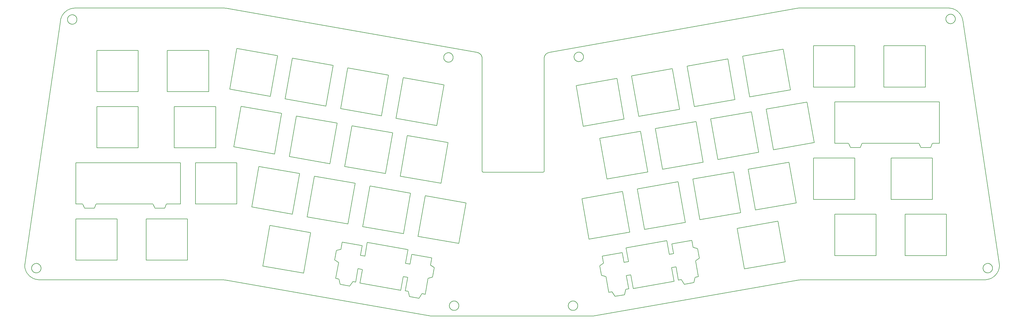
<source format=gm1>
G04 #@! TF.GenerationSoftware,KiCad,Pcbnew,(6.0.6-69-g6d26e8e3e8)*
G04 #@! TF.CreationDate,2022-07-20T16:25:23-04:00*
G04 #@! TF.ProjectId,plate,706c6174-652e-46b6-9963-61645f706362,rev?*
G04 #@! TF.SameCoordinates,Original*
G04 #@! TF.FileFunction,Profile,NP*
%FSLAX46Y46*%
G04 Gerber Fmt 4.6, Leading zero omitted, Abs format (unit mm)*
G04 Created by KiCad (PCBNEW (6.0.6-69-g6d26e8e3e8)) date 2022-07-20 16:25:23*
%MOMM*%
%LPD*%
G01*
G04 APERTURE LIST*
G04 #@! TA.AperFunction,Profile*
%ADD10C,0.200000*%
G04 #@! TD*
G04 APERTURE END LIST*
D10*
X222796177Y-210639826D02*
X222741557Y-210649892D01*
X364842997Y-200081768D02*
X364862795Y-200029878D01*
X352042104Y-115934858D02*
X352075370Y-115890384D01*
X213216813Y-166754950D02*
X213226895Y-166741172D01*
X120714358Y-141196282D02*
X123145258Y-127409959D01*
X364434335Y-198301482D02*
X364392592Y-198264848D01*
X53025564Y-116609919D02*
X53076921Y-116631062D01*
X362526384Y-198118789D02*
X362479450Y-198148483D01*
X40010627Y-198964831D02*
X39993556Y-199017682D01*
X55144998Y-114544959D02*
X55123410Y-114493787D01*
X349808264Y-113681547D02*
X349764671Y-113715960D01*
X180597656Y-126445115D02*
X180543419Y-126457070D01*
X254783542Y-190167691D02*
X255599689Y-194796287D01*
X304415163Y-138061166D02*
X318414163Y-138061166D01*
X192558618Y-166880042D02*
X192573355Y-166888662D01*
X52079718Y-115390105D02*
X52089309Y-115444810D01*
X179540981Y-128833304D02*
X179570267Y-128880495D01*
X213319624Y-128241005D02*
X213323266Y-128171408D01*
X191850708Y-127032634D02*
X191894622Y-127086880D01*
X350679951Y-111315036D02*
X350851339Y-111342011D01*
X151136568Y-195141738D02*
X152639384Y-195406725D01*
X361827382Y-199950832D02*
X361844453Y-200003683D01*
X213017611Y-166911438D02*
X213033152Y-166904369D01*
X223836131Y-128904122D02*
X223874542Y-128944237D01*
X222851113Y-213804587D02*
X222906299Y-213810839D01*
X363507254Y-203276363D02*
X363337208Y-203315628D01*
X213659212Y-127193967D02*
X213699126Y-127136838D01*
X367103918Y-199803161D02*
X367052885Y-199970053D01*
X364949566Y-199319221D02*
X364942835Y-199264092D01*
X352369018Y-114788102D02*
X352362286Y-114732972D01*
X351933335Y-116060987D02*
X351971044Y-116020211D01*
X40645624Y-200820031D02*
X40692559Y-200849725D01*
X192420008Y-166754950D02*
X192430555Y-166768376D01*
X38226809Y-200872394D02*
X38145705Y-200722108D01*
X40312733Y-200527880D02*
X40349728Y-200569304D01*
X183600516Y-210809924D02*
X183551184Y-210784410D01*
X181419886Y-129531568D02*
X181472274Y-129513127D01*
X349206760Y-115258055D02*
X349218244Y-115312394D01*
X350847092Y-113355933D02*
X350791571Y-113354487D01*
X53507727Y-113548466D02*
X53452541Y-113554719D01*
X224178961Y-126451028D02*
X224132027Y-126480723D01*
X223763600Y-126815556D02*
X223729567Y-126859447D01*
X192172845Y-127568912D02*
X192197851Y-127634072D01*
X364474782Y-198339544D02*
X364434335Y-198301482D01*
X223464733Y-127405911D02*
X223451369Y-127459818D01*
X191550066Y-126742198D02*
X191604297Y-126786132D01*
X52780055Y-111637257D02*
X52941678Y-111575834D01*
X42853795Y-198592613D02*
X42822093Y-198547010D01*
X167305538Y-207303210D02*
X166337329Y-207132489D01*
X181294850Y-211806249D02*
X181281487Y-211860157D01*
X223451369Y-127459818D02*
X223439885Y-127514157D01*
X363967319Y-200965078D02*
X364018302Y-200943048D01*
X183600516Y-213626324D02*
X183648932Y-213599113D01*
X53234959Y-116683627D02*
X53288749Y-116697458D01*
X43028969Y-200027299D02*
X43046955Y-199974753D01*
X224275779Y-129238957D02*
X224325547Y-129263611D01*
X184228878Y-213014112D02*
X184255668Y-212965462D01*
X184304104Y-211570730D02*
X184280753Y-211520338D01*
X363372120Y-197885606D02*
X363316583Y-197886088D01*
X182523679Y-210649892D02*
X182469442Y-210661847D01*
X53563097Y-116738230D02*
X53618584Y-116740639D01*
X279785980Y-180638149D02*
X277355079Y-166851826D01*
X80988372Y-177697761D02*
X81629641Y-179167260D01*
X351769054Y-116210289D02*
X351812044Y-116175125D01*
X349463953Y-115867720D02*
X349496442Y-115912765D01*
X361844453Y-198967410D02*
X361827382Y-199020260D01*
X92665642Y-182748759D02*
X78666642Y-182748759D01*
X351282666Y-116472648D02*
X351335054Y-116454207D01*
X182244292Y-128903702D02*
X182274393Y-128857027D01*
X349993773Y-116349231D02*
X350042654Y-116375598D01*
X236226953Y-207530164D02*
X235155810Y-207711541D01*
X221631310Y-212940795D02*
X221657252Y-212989903D01*
X42585773Y-203423025D02*
X42415024Y-203420107D01*
X222274894Y-213612929D02*
X222323775Y-213639296D01*
X42415024Y-203420107D02*
X42244474Y-203411361D01*
X88191642Y-144648761D02*
X88191642Y-158647761D01*
X223510790Y-210683291D02*
X223457249Y-210668529D01*
X40554987Y-200755847D02*
X40599748Y-200788725D01*
X362221965Y-200611997D02*
X362261745Y-200650755D01*
X352912131Y-112210960D02*
X353051089Y-112314844D01*
X182329645Y-127266009D02*
X182302855Y-127217359D01*
X225355232Y-126255296D02*
X225300795Y-126244283D01*
X354467642Y-114045541D02*
X354542010Y-114202292D01*
X223914322Y-126652577D02*
X223874542Y-126691335D01*
X53342986Y-113572949D02*
X53288749Y-113584905D01*
X221478289Y-211969201D02*
X221470602Y-212024205D01*
X362826980Y-197976318D02*
X362774920Y-197995666D01*
X184304104Y-212865518D02*
X184325691Y-212814346D01*
X349808264Y-116227306D02*
X349853026Y-116260184D01*
X192391201Y-166712624D02*
X192400319Y-166727058D01*
X225912670Y-129139395D02*
X225957995Y-129107298D01*
X54217604Y-116640962D02*
X54269320Y-116620714D01*
X55123410Y-115788576D02*
X55144998Y-115737404D01*
X40277197Y-198480738D02*
X40243165Y-198524629D01*
X182244292Y-127122992D02*
X182212590Y-127077390D01*
X183292912Y-210683291D02*
X183239371Y-210668529D01*
X221460976Y-212134849D02*
X221459048Y-212190355D01*
X213978041Y-126826296D02*
X214030572Y-126780499D01*
X224532258Y-129344542D02*
X224585535Y-129360232D01*
X181916269Y-213523882D02*
X181962144Y-213555187D01*
X180489630Y-126470901D02*
X180436353Y-126486590D01*
X225770398Y-129225986D02*
X225818815Y-129198775D01*
X40277197Y-200485197D02*
X40312733Y-200527880D01*
X51582620Y-112320953D02*
X51721320Y-112217719D01*
X223769062Y-213651839D02*
X223818394Y-213626324D01*
X179317075Y-127930072D02*
X179315147Y-127985577D01*
X54694593Y-113920483D02*
X54651604Y-113885319D01*
X363205726Y-197892831D02*
X363150540Y-197899084D01*
X350460436Y-113386194D02*
X350406199Y-113398150D01*
X240309563Y-197492349D02*
X241812380Y-197227362D01*
X181496290Y-213085272D02*
X181527196Y-213131418D01*
X42600510Y-198298904D02*
X42558766Y-198262269D01*
X40122853Y-198711189D02*
X40096912Y-198760297D01*
X237908055Y-135119647D02*
X224121731Y-137550547D01*
X57827641Y-179167260D02*
X61127641Y-179167260D01*
X213245620Y-166712624D02*
X213254240Y-166697887D01*
X213195267Y-166781434D02*
X213206266Y-166768376D01*
X40096912Y-198760297D02*
X40072690Y-198810276D01*
X224418294Y-211374444D02*
X224388193Y-211327769D01*
X43123445Y-199427437D02*
X43120554Y-199371973D01*
X223457249Y-213767719D02*
X223510790Y-213752957D01*
X224581354Y-212709909D02*
X224597505Y-212656770D01*
X362879681Y-201012303D02*
X362932958Y-201027992D01*
X349988151Y-111266980D02*
X350161622Y-111269981D01*
X41538294Y-197883028D02*
X41482757Y-197883510D01*
X40179770Y-200350116D02*
X40210676Y-200396261D01*
X344015661Y-158580664D02*
X344656929Y-157111165D01*
X224803117Y-129404248D02*
X224858303Y-129410501D01*
X192516292Y-166851235D02*
X192530070Y-166861317D01*
X52315597Y-116008329D02*
X52346503Y-116054475D01*
X38500223Y-201305424D02*
X38404171Y-201164222D01*
X55259272Y-115085651D02*
X55256381Y-115030187D01*
X41759607Y-197900349D02*
X41704537Y-197893139D01*
X182399669Y-128609569D02*
X182419467Y-128557679D01*
X213294983Y-166604089D02*
X213299869Y-166587730D01*
X352300232Y-115446212D02*
X352316383Y-115393073D01*
X362479450Y-198148483D02*
X362433574Y-198179788D01*
X182499506Y-128234802D02*
X182506238Y-128179672D01*
X221563920Y-212788487D02*
X221584617Y-212840026D01*
X261642909Y-130934551D02*
X264073810Y-144720875D01*
X149544387Y-204171440D02*
X148576179Y-204000719D01*
X325557910Y-195211164D02*
X325557910Y-181212164D01*
X179317075Y-128096622D02*
X179320928Y-128152028D01*
X54607419Y-116430694D02*
X54651604Y-116397043D01*
X192400319Y-166727058D02*
X192409925Y-166741172D01*
X352330680Y-114569448D02*
X352316383Y-114515780D01*
X214315340Y-126580411D02*
X214376232Y-126546514D01*
X40388139Y-200609419D02*
X40427919Y-200648176D01*
X52089309Y-115444810D02*
X52100794Y-115499149D01*
X175253691Y-196012867D02*
X174829558Y-198418246D01*
X226086912Y-129001849D02*
X226127359Y-128963788D01*
X224134908Y-211034060D02*
X224093165Y-210997426D01*
X39936204Y-199289049D02*
X39930430Y-199344287D01*
X41072829Y-203188622D02*
X40910967Y-203134175D01*
X225135654Y-126222664D02*
X225080217Y-126219292D01*
X213283549Y-166636259D02*
X213289541Y-166620272D01*
X364896932Y-199924193D02*
X364911229Y-199870525D01*
X39926577Y-199566243D02*
X39930430Y-199621648D01*
X224654953Y-212107129D02*
X224650139Y-212051799D01*
X183648932Y-210837135D02*
X183600516Y-210809924D01*
X182511052Y-127902352D02*
X182506238Y-127847022D01*
X363702655Y-197923056D02*
X363648218Y-197912044D01*
X364655918Y-198549589D02*
X364622653Y-198505114D01*
X349370412Y-181212163D02*
X335371412Y-181212163D01*
X245313222Y-148028872D02*
X259099546Y-145597971D01*
X179401125Y-127495210D02*
X179384054Y-127548061D01*
X335371412Y-195211163D02*
X349370412Y-195211163D01*
X225190940Y-126227957D02*
X225135654Y-126222664D01*
X182362375Y-213744881D02*
X182415653Y-213760570D01*
X181559685Y-213176463D02*
X181593718Y-213220354D01*
X182108264Y-126947562D02*
X182070555Y-126906787D01*
X353317778Y-112536759D02*
X353445188Y-112654521D01*
X226450636Y-127119999D02*
X226425550Y-127070448D01*
X52157656Y-111937628D02*
X52309266Y-111854506D01*
X125688625Y-142073382D02*
X139474949Y-144504282D01*
X364587863Y-198461821D02*
X364551592Y-198419761D01*
X55048185Y-114345193D02*
X55019722Y-114297501D01*
X52563746Y-116306390D02*
X52604847Y-116343744D01*
X51065933Y-112779907D02*
X51189074Y-112658534D01*
X143867034Y-203177863D02*
X142798454Y-202981950D01*
X351487941Y-116388141D02*
X351537273Y-116362627D01*
X192274726Y-127902232D02*
X192288040Y-127970743D01*
X109334392Y-163698763D02*
X95335392Y-163698763D01*
X148262258Y-151182640D02*
X145831357Y-164968964D01*
X181243098Y-212301399D02*
X181246950Y-212356805D01*
X362261745Y-198320338D02*
X362221965Y-198359095D01*
X318414161Y-162162162D02*
X304415161Y-162162162D01*
X365093556Y-202570057D02*
X364947192Y-202665109D01*
X221607089Y-212890816D02*
X221631310Y-212940795D01*
X344607911Y-162162165D02*
X330608911Y-162162165D01*
X361764256Y-199346865D02*
X361760403Y-199402271D01*
X224624227Y-211887277D02*
X224611801Y-211833145D01*
X349853026Y-113648669D02*
X349808264Y-113681547D01*
X226609847Y-127873316D02*
X226610811Y-127817786D01*
X213551738Y-127373204D02*
X213585473Y-127312222D01*
X363095604Y-201063844D02*
X363150540Y-201072009D01*
X259662894Y-203390281D02*
X258694685Y-203561003D01*
X223238936Y-213807952D02*
X223294005Y-213800743D01*
X363863214Y-201003767D02*
X363915603Y-200985326D01*
X362433574Y-200791304D02*
X362479450Y-200822609D01*
X362986747Y-201041823D02*
X363040985Y-201053778D01*
X165690149Y-187814482D02*
X168121049Y-174028159D01*
X181862090Y-126723834D02*
X181816765Y-126691737D01*
X54924654Y-116121613D02*
X54957920Y-116077139D01*
X191195620Y-126520600D02*
X191257799Y-126552301D01*
X351812044Y-116175125D02*
X351853787Y-116138490D01*
X362932958Y-201027992D02*
X362986747Y-201041823D01*
X95335392Y-177697763D02*
X109334392Y-177697763D01*
X256398470Y-199326403D02*
X257214617Y-203955000D01*
X365375891Y-202364928D02*
X365236514Y-202469956D01*
X54889864Y-116164906D02*
X54924654Y-116121613D01*
X181150104Y-126430728D02*
X181095035Y-126423519D01*
X41316714Y-201069430D02*
X41371900Y-201075683D01*
X234203787Y-202312346D02*
X232655597Y-201938493D01*
X349993773Y-113559622D02*
X349945836Y-113587669D01*
X361760403Y-199568821D02*
X361764256Y-199624227D01*
X181327148Y-211699988D02*
X181310077Y-211752838D01*
X147550392Y-205546070D02*
X144300527Y-204973031D01*
X363756676Y-197935951D02*
X363702655Y-197923056D01*
X52072030Y-114947262D02*
X52066257Y-115002501D01*
X352137173Y-115798106D02*
X352165635Y-115750415D01*
X224479557Y-126308558D02*
X224427497Y-126327905D01*
X264073810Y-144720875D02*
X277860134Y-142289974D01*
X213463556Y-127562678D02*
X213490743Y-127498509D01*
X224563368Y-211673792D02*
X224543570Y-211621902D01*
X213585473Y-127312222D02*
X213621312Y-127252452D01*
X54004656Y-113578692D02*
X53950219Y-113567679D01*
X213377619Y-127827645D02*
X213395626Y-127760320D01*
X221684882Y-211398167D02*
X221657252Y-211446345D01*
X39930430Y-199621648D02*
X39936204Y-199676887D01*
X181243098Y-212134849D02*
X181241170Y-212190355D01*
X179326701Y-127819428D02*
X179320928Y-127874666D01*
X224969159Y-126218328D02*
X224913673Y-126220737D01*
X226047581Y-175898723D02*
X228478482Y-189685047D01*
X212852531Y-166951666D02*
X212869542Y-166950211D01*
X224226898Y-126422981D02*
X224178961Y-126451028D01*
X241108345Y-202022465D02*
X241901743Y-206522051D01*
X213078202Y-166880042D02*
X213092636Y-166870923D01*
X53785078Y-113546059D02*
X53729641Y-113542687D01*
X182514906Y-128013347D02*
X182513942Y-127957816D01*
X53397605Y-113562883D02*
X53342986Y-113572949D01*
X181346042Y-211647761D02*
X181327148Y-211699988D01*
X253311365Y-165962461D02*
X267097689Y-163531560D01*
X344656929Y-157111165D02*
X346989160Y-157111165D01*
X52485555Y-116227517D02*
X52523966Y-116267632D01*
X133143241Y-182075584D02*
X146929565Y-184506484D01*
X232119877Y-155484134D02*
X234550778Y-169270458D01*
X212953309Y-166934291D02*
X212969668Y-166929404D01*
X181991007Y-129197411D02*
X182031454Y-129159349D01*
X349370412Y-195211163D02*
X349370412Y-181212163D01*
X40889737Y-198014230D02*
X40839144Y-198037142D01*
X352474822Y-111929080D02*
X352623823Y-112017961D01*
X361777716Y-199236623D02*
X361770029Y-199291627D01*
X49724445Y-115347956D02*
X49759596Y-115178666D01*
X40029522Y-200053330D02*
X40050218Y-200104870D01*
X224643407Y-211996669D02*
X224634767Y-211941807D01*
X182419467Y-128557679D02*
X182437452Y-128505132D01*
X224803117Y-126231323D02*
X224748181Y-126239487D01*
X179513351Y-128785126D02*
X179540981Y-128833304D01*
X362146559Y-198440634D02*
X362111023Y-198483317D01*
X39978330Y-199894842D02*
X39993556Y-199948254D01*
X299335673Y-203500703D02*
X235195727Y-214789093D01*
X40789377Y-200904139D02*
X40839144Y-200928793D01*
X181281487Y-212576091D02*
X181294850Y-212629999D01*
X54118702Y-111306631D02*
X54290957Y-111291690D01*
X184200416Y-211374444D02*
X184170315Y-211327769D01*
X351537273Y-116362627D02*
X351585690Y-116335416D01*
X181629253Y-211173212D02*
X181593718Y-211215895D01*
X181527196Y-211304830D02*
X181496290Y-211350976D01*
X182009079Y-213584881D02*
X182057016Y-213612929D01*
X350569992Y-116540889D02*
X350625178Y-116547142D01*
X224611801Y-211833145D02*
X224597505Y-211779478D01*
X222475493Y-210728243D02*
X222424135Y-210749386D01*
X247239069Y-186377048D02*
X261025393Y-183946147D01*
X81629641Y-179167260D02*
X84929641Y-179167260D01*
X223479959Y-128283071D02*
X223497030Y-128335922D01*
X192366873Y-166667574D02*
X192374468Y-166682865D01*
X224418294Y-213061804D02*
X224446756Y-213014112D01*
X181906274Y-129269209D02*
X181949264Y-129234045D01*
X184363475Y-211726339D02*
X184345490Y-211673792D01*
X143750478Y-197582755D02*
X142423521Y-196701936D01*
X298864892Y-111343665D02*
X299009138Y-111320268D01*
X352353646Y-114678109D02*
X352343106Y-114623579D01*
X221962318Y-213383333D02*
X222003419Y-213420686D01*
X213361968Y-127895556D02*
X213377619Y-127827645D01*
X181704660Y-211091673D02*
X181666249Y-211131788D01*
X85809911Y-139597761D02*
X99808911Y-139597761D01*
X221527955Y-212683410D02*
X221545026Y-212736261D01*
X42515777Y-200738830D02*
X42558766Y-200703666D01*
X364797601Y-202754995D02*
X364644963Y-202839605D01*
X352376722Y-115009957D02*
X352377686Y-114954427D01*
X39993556Y-199017682D02*
X39978330Y-199071093D01*
X354302820Y-113740250D02*
X354387879Y-113891465D01*
X351633132Y-113602313D02*
X351585690Y-113573438D01*
X190937001Y-126416028D02*
X191002986Y-126438769D01*
X50091025Y-114197533D02*
X50165734Y-114041605D01*
X221884127Y-211131788D02*
X221847131Y-211173212D01*
X349566010Y-115999339D02*
X349603006Y-116040763D01*
X39926577Y-199399692D02*
X39924650Y-199455198D01*
X318414163Y-124062166D02*
X304415163Y-124062166D01*
X40427919Y-198317759D02*
X40388139Y-198356517D01*
X39429662Y-202301022D02*
X39299070Y-202190979D01*
X351894234Y-116100429D02*
X351933335Y-116060987D01*
X55251567Y-115307506D02*
X55256381Y-115252176D01*
X351012884Y-116537045D02*
X351067670Y-116527929D01*
X318414161Y-176161162D02*
X318414161Y-162162162D01*
X54468239Y-116522170D02*
X54515682Y-116493295D01*
X352165635Y-114158438D02*
X352137173Y-114110747D01*
X170664413Y-188691579D02*
X184450737Y-191122479D01*
X349189481Y-115148346D02*
X349197168Y-115203350D01*
X55123410Y-114493787D02*
X55100060Y-114443395D01*
X223412980Y-127901061D02*
X223416833Y-127956466D01*
X350352410Y-113411980D02*
X350299133Y-113427670D01*
X183551184Y-210784410D02*
X183500997Y-210760623D01*
X179601173Y-127100053D02*
X179570267Y-127146199D01*
X179667695Y-127011117D02*
X179633662Y-127055008D01*
X184325691Y-212814346D02*
X184345490Y-212762456D01*
X39978330Y-199071093D02*
X39964967Y-199125001D01*
X364117821Y-198077346D02*
X364068490Y-198051832D01*
X53729641Y-113542687D02*
X53674121Y-113541242D01*
X181674493Y-129421547D02*
X181722910Y-129394336D01*
X240498152Y-208495768D02*
X237248286Y-209068807D01*
X52413024Y-116143411D02*
X52448560Y-116186094D01*
X184170315Y-211327769D02*
X184138613Y-211282167D01*
X42717766Y-198417183D02*
X42680058Y-198376407D01*
X351633132Y-116306540D02*
X351679545Y-116276036D01*
X192145581Y-127504665D02*
X192172845Y-127568912D01*
X366627703Y-200924927D02*
X366537814Y-201074517D01*
X225866257Y-126465672D02*
X225818815Y-126436797D01*
X191894622Y-127086880D02*
X191936616Y-127142626D01*
X181150104Y-129595966D02*
X181204890Y-129586849D01*
X353801853Y-113033315D02*
X353911743Y-113167575D01*
X224252165Y-213283909D02*
X224288436Y-213241849D01*
X40210676Y-200396261D02*
X40243165Y-200441307D01*
X224657843Y-212273655D02*
X224658807Y-212218124D01*
X363316583Y-197886088D02*
X363261096Y-197888498D01*
X182212590Y-127077390D02*
X182179324Y-127032915D01*
X223412980Y-127734510D02*
X223411052Y-127790016D01*
X349722298Y-116156989D02*
X349764671Y-116192893D01*
X222580254Y-210691367D02*
X222527553Y-210708896D01*
X352217511Y-115652213D02*
X352240861Y-115601821D01*
X50165734Y-114041605D02*
X50245789Y-113888353D01*
X43089829Y-199152120D02*
X43077403Y-199097989D01*
X43077403Y-199867947D02*
X43089829Y-199813815D01*
X42640956Y-200628970D02*
X42680058Y-200589528D01*
X263938546Y-204362594D02*
X260688681Y-204935633D01*
X214255665Y-126616409D02*
X214315340Y-126580411D01*
X53452541Y-113554719D02*
X53397605Y-113562883D01*
X40511393Y-200721434D02*
X40554987Y-200755847D01*
X40993155Y-197973740D02*
X40941094Y-197993087D01*
X225568179Y-129317566D02*
X225619896Y-129297318D01*
X192353271Y-166636259D02*
X192359805Y-166652033D01*
X226450636Y-128515572D02*
X226473986Y-128465180D01*
X42283996Y-198074768D02*
X42234664Y-198049253D01*
X354610894Y-114361528D02*
X354674213Y-114523059D01*
X53606476Y-111387026D02*
X53776257Y-111354327D01*
X224585535Y-129360232D02*
X224639324Y-129374062D01*
X221563920Y-211647761D02*
X221545026Y-211699988D01*
X54957920Y-116077139D02*
X54989622Y-116031536D01*
X192818410Y-166952832D02*
X212818410Y-166952832D01*
X364923654Y-199816394D02*
X364934194Y-199761864D01*
X182070555Y-126906787D02*
X182031454Y-126867345D01*
X53563097Y-113544133D02*
X53507727Y-113548466D01*
X52089309Y-114837553D02*
X52079718Y-114892258D01*
X292388444Y-183544915D02*
X278602120Y-185975815D01*
X192317192Y-128248177D02*
X192318410Y-128317960D01*
X168507758Y-194823376D02*
X175253691Y-196012867D01*
X362388813Y-198212667D02*
X362345219Y-198247079D01*
X351894234Y-113808424D02*
X351853787Y-113770363D01*
X225721066Y-126384071D02*
X225670879Y-126360284D01*
X179343980Y-128316975D02*
X179355464Y-128371314D01*
X164811765Y-206996511D02*
X151024456Y-204565437D01*
X181310077Y-211752838D02*
X181294850Y-211806249D01*
X38816496Y-201708214D02*
X38706505Y-201577579D01*
X350680548Y-113357378D02*
X350625178Y-113361712D01*
X349246834Y-115419712D02*
X349263905Y-115472563D01*
X52208517Y-114468490D02*
X52186045Y-114519280D01*
X214830208Y-126371186D02*
X214898077Y-126355354D01*
X43063106Y-199921614D02*
X43077403Y-199867947D01*
X37632080Y-199102047D02*
X37611779Y-198932485D01*
X224041389Y-129090665D02*
X224086151Y-129123543D01*
X180229641Y-126567521D02*
X180179874Y-126592175D01*
X235155810Y-207711541D02*
X234203787Y-202312346D01*
X256524257Y-191251891D02*
X263270190Y-190062400D01*
X180383652Y-129522575D02*
X180436353Y-129540104D01*
X192259029Y-127834226D02*
X192274726Y-127902232D01*
X248337102Y-166839557D02*
X245906201Y-153053234D01*
X299154006Y-111301097D02*
X299299373Y-111286168D01*
X221499365Y-212576091D02*
X221512729Y-212629999D01*
X42426267Y-200804577D02*
X42471592Y-200772480D01*
X224521982Y-212865518D02*
X224543570Y-212814346D01*
X362526384Y-200852303D02*
X362574321Y-200880351D01*
X361764256Y-199624227D02*
X361770029Y-199679465D01*
X226563806Y-127432807D02*
X226549509Y-127379139D01*
X362345219Y-198247079D02*
X362302846Y-198282984D01*
X181294850Y-212629999D02*
X181310077Y-212683410D01*
X40388139Y-198356517D02*
X40349728Y-198396632D01*
X52735575Y-116446939D02*
X52781451Y-116478244D01*
X42234664Y-200916682D02*
X42283996Y-200891168D01*
X364954380Y-199596541D02*
X364957270Y-199541077D01*
X222003419Y-211015562D02*
X221962318Y-211052916D01*
X235195727Y-214789093D02*
X229917935Y-215718124D01*
X361758475Y-199457777D02*
X361758475Y-199513316D01*
X192750327Y-166948175D02*
X192767278Y-166950211D01*
X182578299Y-213796422D02*
X182633234Y-213804587D01*
X213120528Y-166851235D02*
X213133954Y-166840688D01*
X192298955Y-128039678D02*
X192307459Y-128108951D01*
X225135654Y-129412908D02*
X225190940Y-129407614D01*
X352042104Y-113973995D02*
X352007315Y-113930702D01*
X226576231Y-127486938D02*
X226563806Y-127432807D01*
X52647220Y-113902715D02*
X52604847Y-113938619D01*
X224005991Y-210928611D02*
X223960666Y-210896515D01*
X40941094Y-197993087D02*
X40889737Y-198014230D01*
X223616175Y-213717904D02*
X223667892Y-213697656D01*
X179334388Y-128262270D02*
X179343980Y-128316975D01*
X183345909Y-213736345D02*
X183398297Y-213717904D01*
X37999124Y-200413669D02*
X37933818Y-200255876D01*
X54651604Y-113885319D02*
X54607419Y-113851669D01*
X223183650Y-210623002D02*
X223128213Y-210619630D01*
X353568435Y-112776634D02*
X353687371Y-112902949D01*
X179990246Y-126707589D02*
X179945484Y-126740468D01*
X351688611Y-111564943D02*
X351850720Y-111626765D01*
X224121731Y-137550547D02*
X226552632Y-151336871D01*
X182965771Y-210623002D02*
X182910335Y-210619630D01*
X213415969Y-127693664D02*
X213438621Y-127627757D01*
X182854814Y-213818064D02*
X182910335Y-213816618D01*
X42426267Y-198161358D02*
X42379855Y-198130854D01*
X223955423Y-129020348D02*
X223997796Y-129056252D01*
X362261745Y-200650755D02*
X362302846Y-200688108D01*
X52208517Y-115813873D02*
X52232739Y-115863852D01*
X41045855Y-201009725D02*
X41099132Y-201025414D01*
X263694323Y-192467780D02*
X265242513Y-192841633D01*
X180984312Y-126414853D02*
X180928791Y-126413407D01*
X41482757Y-201082425D02*
X41538294Y-201082907D01*
X349177927Y-114982196D02*
X349179855Y-115037702D01*
X54854142Y-177697760D02*
X57186372Y-177697760D01*
X54562094Y-116462791D02*
X54607419Y-116430694D01*
X192733455Y-166945562D02*
X192750327Y-166948175D01*
X53128981Y-113631953D02*
X53076921Y-113651301D01*
X105491458Y-111309890D02*
X105635977Y-111328943D01*
X182362375Y-210691367D02*
X182309675Y-210708896D01*
X362044501Y-200398840D02*
X362076990Y-200443885D01*
X182743790Y-210621076D02*
X182688421Y-210625409D01*
X242264806Y-187254146D02*
X239833905Y-173467823D01*
X167022849Y-154490637D02*
X164591948Y-168276961D01*
X221487881Y-212521752D02*
X221499365Y-212576091D01*
X38069781Y-200569141D02*
X37999124Y-200413669D01*
X55225656Y-114810334D02*
X55213230Y-114756203D01*
X141905849Y-130717959D02*
X128119526Y-128287058D01*
X179401125Y-128531483D02*
X179420019Y-128583710D01*
X183398297Y-213717904D02*
X183450014Y-213697656D01*
X179540981Y-127193389D02*
X179513351Y-127241568D01*
X163209799Y-148689376D02*
X176996123Y-151120276D01*
X352316383Y-114515780D02*
X352300232Y-114462641D01*
X54815885Y-114034621D02*
X54776783Y-113995179D01*
X191976640Y-127199803D02*
X192014644Y-127258342D01*
X304415161Y-176161162D02*
X318414161Y-176161162D01*
X40243165Y-198524629D02*
X40210676Y-198569674D01*
X179384054Y-127548061D02*
X179368827Y-127601472D01*
X54419822Y-113732981D02*
X54370491Y-113707467D01*
X344607911Y-176161165D02*
X344607911Y-162162165D01*
X223017155Y-210618666D02*
X222961669Y-210621076D01*
X213520149Y-127435325D02*
X213551738Y-127373204D01*
X184437074Y-212107129D02*
X184432261Y-212051799D01*
X222475493Y-213708005D02*
X222527553Y-213727352D01*
X213317245Y-166486953D02*
X213318119Y-166469903D01*
X104909674Y-111276012D02*
X105055428Y-111278114D01*
X351585690Y-113573438D02*
X351537273Y-113546226D01*
X351679545Y-113632817D02*
X351633132Y-113602313D01*
X226204169Y-128883570D02*
X226240440Y-128841511D01*
X214630482Y-126432720D02*
X214696329Y-126409892D01*
X269641054Y-148868139D02*
X272071955Y-162654463D01*
X184325691Y-211621902D02*
X184304104Y-211570730D01*
X225957995Y-129107298D02*
X226002179Y-129073648D01*
X142423521Y-196701936D02*
X142996560Y-193452070D01*
X167740921Y-209106205D02*
X167305538Y-207303210D01*
X52186045Y-115763083D02*
X52208517Y-115813873D01*
X328227662Y-124062163D02*
X328227662Y-138061163D01*
X226045169Y-126597087D02*
X226002179Y-126561924D01*
X221584617Y-211596222D02*
X221563920Y-211647761D01*
X183742787Y-210896515D02*
X183696375Y-210866010D01*
X350334885Y-111278999D02*
X350507731Y-111294024D01*
X39924650Y-199455198D02*
X39924650Y-199510737D01*
X363915603Y-200985326D02*
X363967319Y-200965078D01*
X296115668Y-163543828D02*
X282329344Y-165974728D01*
X42283996Y-200891168D02*
X42332412Y-200863957D01*
X41649251Y-197887846D02*
X41593814Y-197884474D01*
X52232739Y-114418511D02*
X52208517Y-114468490D01*
X226204169Y-126752001D02*
X226166460Y-126711225D01*
X223866811Y-213599113D02*
X223914253Y-213570238D01*
X181770352Y-126661233D02*
X181722910Y-126632358D01*
X361770029Y-199679465D02*
X361777716Y-199734470D01*
X224388193Y-211327769D02*
X224356491Y-211282167D01*
X223955423Y-126615223D02*
X223914322Y-126652577D01*
X224532258Y-126291029D02*
X224479557Y-126308558D01*
X221714168Y-211350976D02*
X221684882Y-211398167D01*
X223769062Y-210784410D02*
X223718875Y-210760623D01*
X54165215Y-113622960D02*
X54112219Y-113606349D01*
X351971044Y-116020211D02*
X352007315Y-115978152D01*
X349945836Y-116321184D02*
X349993773Y-116349231D01*
X54651604Y-116397043D02*
X54694593Y-116361880D01*
X183076127Y-213800743D02*
X183130913Y-213791626D01*
X224585535Y-126275340D02*
X224532258Y-126291029D01*
X223416833Y-127956466D02*
X223422606Y-128011705D01*
X181259326Y-126450857D02*
X181204890Y-126439845D01*
X366342656Y-201363835D02*
X366237625Y-201503211D01*
X223583314Y-127095115D02*
X223559093Y-127145094D01*
X75996892Y-125598761D02*
X61997892Y-125598761D01*
X351724870Y-116243939D02*
X351769054Y-116210289D01*
X226595411Y-128039240D02*
X226602143Y-127984110D01*
X191132374Y-126491087D02*
X191195620Y-126520600D01*
X350092421Y-116400252D02*
X350143014Y-116423165D01*
X40284910Y-202862160D02*
X40134656Y-202780997D01*
X363702655Y-201048036D02*
X363756676Y-201035141D01*
X221777563Y-213176463D02*
X221811596Y-213220354D01*
X54736336Y-116325245D02*
X54776783Y-116287184D01*
X351067670Y-113380924D02*
X351012884Y-113371808D01*
X182854814Y-210618184D02*
X182799277Y-210618666D01*
X226602143Y-127651461D02*
X226595411Y-127596331D01*
X51189074Y-112658534D02*
X51316338Y-112541492D01*
X224639324Y-129374062D02*
X224693561Y-129386018D01*
X226425550Y-128565123D02*
X226450636Y-128515572D01*
X192588378Y-166896775D02*
X192603669Y-166904369D01*
X350736034Y-116553884D02*
X350791571Y-116554366D01*
X179570267Y-128880495D02*
X179601173Y-128926641D01*
X222180023Y-210881061D02*
X222134147Y-210912366D01*
X184255668Y-211470787D02*
X184228878Y-211422136D01*
X192240969Y-127766810D02*
X192259029Y-127834226D01*
X364717721Y-200329226D02*
X364746184Y-200281534D01*
X224913673Y-126220737D02*
X224858303Y-126225071D01*
X184070558Y-211194399D02*
X184034287Y-211152339D01*
X180130993Y-129408152D02*
X180179874Y-129434518D01*
X140857099Y-164091867D02*
X143287999Y-150305544D01*
X180331592Y-129503228D02*
X180383652Y-129522575D01*
X41401656Y-203280781D02*
X41236455Y-203237510D01*
X214438268Y-126514759D02*
X214501374Y-126485185D01*
X350246432Y-113445199D02*
X350194372Y-113464546D01*
X222527553Y-213727352D02*
X222580254Y-213744881D01*
X54776783Y-113995179D02*
X54736336Y-113957118D01*
X192530070Y-166861317D02*
X192544184Y-166870923D01*
X364942835Y-199264092D02*
X364934194Y-199209229D01*
X38930884Y-201835018D02*
X38816496Y-201708214D01*
X116813547Y-164981262D02*
X114382646Y-178767586D01*
X41704537Y-197893139D02*
X41649251Y-197887846D01*
X162048581Y-153613541D02*
X148262258Y-151182640D01*
X346989160Y-157111165D02*
X346989160Y-143112165D01*
X364862795Y-198941215D02*
X364842997Y-198889324D01*
X361798792Y-199127579D02*
X361787308Y-199181918D01*
X224693561Y-126249553D02*
X224639324Y-126261509D01*
X352192425Y-114207089D02*
X352165635Y-114158438D01*
X223403228Y-210655634D02*
X223348791Y-210644622D01*
X41814392Y-197909465D02*
X41759607Y-197900349D01*
X226340198Y-128708141D02*
X226370298Y-128661466D01*
X52876322Y-113746377D02*
X52828385Y-113774424D01*
X182105897Y-210796953D02*
X182057016Y-210823319D01*
X366127793Y-201638836D02*
X366013296Y-201770546D01*
X352369018Y-115120751D02*
X352373832Y-115065421D01*
X352168019Y-111767089D02*
X352322826Y-111845423D01*
X40312733Y-198438055D02*
X40277197Y-198480738D01*
X53840364Y-113551353D02*
X53785078Y-113546059D01*
X349764671Y-113715960D02*
X349722298Y-113751864D01*
X350194372Y-116444307D02*
X350246432Y-116463655D01*
X224288436Y-211194399D02*
X224252165Y-211152339D01*
X349231607Y-115366301D02*
X349246834Y-115419712D01*
X165640700Y-134903052D02*
X163209799Y-148689376D01*
X222373542Y-210772298D02*
X222323775Y-210796953D01*
X224913673Y-129414834D02*
X224969159Y-129417243D01*
X364622653Y-198505114D02*
X364587863Y-198461821D01*
X52129383Y-115606467D02*
X52146454Y-115659318D01*
X213313753Y-166520915D02*
X213315789Y-166503964D01*
X192700028Y-166938616D02*
X192716682Y-166942374D01*
X223515925Y-127247423D02*
X223497030Y-127299649D01*
X52100794Y-115499149D02*
X52114157Y-115553056D01*
X349681197Y-116119635D02*
X349722298Y-116156989D01*
X223874542Y-128944237D02*
X223914322Y-128982994D01*
X182354731Y-128711133D02*
X182378081Y-128660741D01*
X39299070Y-202190979D02*
X39172311Y-202076541D01*
X179570267Y-127146199D02*
X179540981Y-127193389D01*
X223718875Y-210760623D02*
X223667892Y-210738592D01*
X54290957Y-111291690D02*
X54463625Y-111282715D01*
X182070555Y-129119907D02*
X182108264Y-129079132D01*
X180436353Y-129540104D02*
X180489630Y-129555793D01*
X42987584Y-198835573D02*
X42964233Y-198785181D01*
X226308495Y-126881828D02*
X226275229Y-126837354D01*
X192014644Y-127258342D02*
X192050583Y-127318171D01*
X191378649Y-126622113D02*
X191437174Y-126660139D01*
X213784802Y-127026923D02*
X213830460Y-126974271D01*
X192502866Y-166840688D02*
X192516292Y-166851235D01*
X221545026Y-211699988D02*
X221527955Y-211752838D01*
X226515372Y-127273454D02*
X226495574Y-127221563D01*
X192336952Y-166587730D02*
X192341838Y-166604089D01*
X213323266Y-128171408D02*
X213329329Y-128101981D01*
X366013296Y-201770546D02*
X365894272Y-201898180D01*
X222089385Y-210945245D02*
X222045792Y-210979657D01*
X124527408Y-146997546D02*
X110741085Y-144566645D01*
X183239371Y-213767719D02*
X183292912Y-213752957D01*
X352376722Y-114898896D02*
X352373832Y-114843432D01*
X363040985Y-197917314D02*
X362986747Y-197929269D01*
X40243165Y-200441307D02*
X40277197Y-200485197D01*
X192374468Y-166682865D02*
X192382580Y-166697887D01*
X224597505Y-211779478D02*
X224581354Y-211726339D01*
X350299133Y-113427670D02*
X350246432Y-113445199D01*
X49800580Y-115010692D02*
X49847346Y-114844235D01*
X39563936Y-202406540D02*
X39429662Y-202301022D01*
X192050583Y-127318171D02*
X192084412Y-127379217D01*
X181991007Y-126829283D02*
X181949264Y-126792649D01*
X349641417Y-116080877D02*
X349681197Y-116119635D01*
X364622653Y-200465978D02*
X364655918Y-200421503D01*
X52146454Y-114623045D02*
X52129383Y-114675896D01*
X224427497Y-126327905D02*
X224376139Y-126349048D01*
X221464829Y-212356805D02*
X221470602Y-212412043D01*
X362146559Y-200530458D02*
X362183554Y-200571882D01*
X55100060Y-114443395D02*
X55074975Y-114393844D01*
X221847131Y-211173212D02*
X221811596Y-211215895D01*
X182437452Y-128505132D02*
X182453603Y-128451993D01*
X183345909Y-210699903D02*
X183292912Y-210683291D01*
X354674213Y-114523059D02*
X354731888Y-114686689D01*
X350515056Y-113376128D02*
X350460436Y-113386194D01*
X182467900Y-128398326D02*
X182480326Y-128344194D01*
X223422606Y-127623867D02*
X223416833Y-127679105D01*
X213348692Y-127963971D02*
X213361968Y-127895556D01*
X151840603Y-199936840D02*
X150337786Y-199671853D01*
X265242513Y-192841633D02*
X265815552Y-196091499D01*
X222687320Y-210661847D02*
X222633531Y-210675678D01*
X53270811Y-111469930D02*
X53437926Y-111425576D01*
X222633531Y-213760570D02*
X222687320Y-213774401D01*
X179667695Y-129015576D02*
X179703230Y-129058259D01*
X349853026Y-116260184D02*
X349898902Y-116291490D01*
X367248984Y-199120865D02*
X367221673Y-199293234D01*
X172012120Y-208140601D02*
X170990786Y-209679244D01*
X362574321Y-200880351D02*
X362623203Y-200906718D01*
X42754037Y-200506693D02*
X42788827Y-200463400D01*
X223559093Y-127145094D02*
X223536621Y-127195884D01*
X325557910Y-181212164D02*
X311558910Y-181212164D01*
X351537273Y-113546226D02*
X351487941Y-113520712D01*
X363483077Y-197890424D02*
X363427640Y-197887052D01*
X221745074Y-213131418D02*
X221777563Y-213176463D01*
X223583314Y-128540456D02*
X223609256Y-128589565D01*
X182688421Y-210625409D02*
X182633234Y-210631662D01*
X175583475Y-202548930D02*
X174035286Y-202922784D01*
X222323775Y-213639296D02*
X222373542Y-213663950D01*
X245906201Y-153053234D02*
X232119877Y-155484134D01*
X223515925Y-128388148D02*
X223536621Y-128439687D01*
X221684882Y-213038082D02*
X221714168Y-213085272D01*
X221922538Y-211091673D02*
X221884127Y-211131788D01*
X258694685Y-203561003D02*
X257901287Y-199061416D01*
X213318119Y-166469903D02*
X213318410Y-166452832D01*
X223294005Y-210635505D02*
X223238936Y-210628296D01*
X221657252Y-212989903D02*
X221684882Y-213038082D01*
X364821409Y-200132940D02*
X364842997Y-200081768D01*
X364117821Y-200893746D02*
X364166238Y-200866535D01*
X192464857Y-166806385D02*
X192477134Y-166818250D01*
X180436353Y-126486590D02*
X180383652Y-126504119D01*
X212936792Y-166938616D02*
X212953309Y-166934291D01*
X221884127Y-213304460D02*
X221922538Y-213344575D01*
X366933510Y-200297987D02*
X366865313Y-200458631D01*
X233409515Y-197807809D02*
X232985382Y-195402429D01*
X52735575Y-113835424D02*
X52690814Y-113868302D01*
X50722696Y-113168529D02*
X50832605Y-113035057D01*
X54989622Y-116031536D02*
X55019722Y-115984861D01*
X354933437Y-115529365D02*
X367297690Y-198425020D01*
X181625161Y-129447061D02*
X181674493Y-129421547D01*
X191656962Y-126831931D02*
X191707996Y-126879540D01*
X224086151Y-129123543D02*
X224132027Y-129154849D01*
X184280753Y-211520338D02*
X184255668Y-211470787D01*
X182329645Y-128760684D02*
X182354731Y-128711133D01*
X183292912Y-213752957D02*
X183345909Y-213736345D01*
X120540777Y-184982348D02*
X118109876Y-198768672D01*
X366237625Y-201503211D02*
X366127793Y-201638836D01*
X224356491Y-213154081D02*
X224388193Y-213108479D01*
X349496442Y-113996088D02*
X349463953Y-114041133D01*
X214030572Y-126780499D02*
X214084666Y-126736559D01*
X261025393Y-183946147D02*
X258594492Y-170159824D01*
X311558910Y-195211164D02*
X325557910Y-195211164D01*
X54269320Y-116620714D02*
X54320303Y-116598683D01*
X41593814Y-201081462D02*
X41649251Y-201078090D01*
X54854142Y-182748760D02*
X54854142Y-196747760D01*
X179440716Y-127391445D02*
X179420019Y-127442984D01*
X240996234Y-192598765D02*
X254783542Y-190167691D01*
X131896200Y-201199572D02*
X134327100Y-187413249D01*
X363967319Y-198006014D02*
X363915603Y-197985766D01*
X226606957Y-127928780D02*
X226609847Y-127873316D01*
X40122853Y-200254747D02*
X40150484Y-200302925D01*
X350569992Y-113367964D02*
X350515056Y-113376128D01*
X55236195Y-115417499D02*
X55244836Y-115362636D01*
X181949264Y-126792649D02*
X181906274Y-126757485D01*
X349263905Y-114436290D02*
X349246834Y-114489141D01*
X362879681Y-197958789D02*
X362826980Y-197976318D01*
X50245789Y-113888353D02*
X50331095Y-113737961D01*
X214898077Y-126355354D02*
X214966457Y-126341897D01*
X361863348Y-198915183D02*
X361844453Y-198967410D01*
X184393923Y-211833145D02*
X184379626Y-211779478D01*
X352262449Y-114358204D02*
X352240861Y-114307032D01*
X350847092Y-116552920D02*
X350902529Y-116549549D01*
X181744440Y-213383333D02*
X181785541Y-213420686D01*
X192328868Y-166554560D02*
X192332627Y-166571214D01*
X223439885Y-127514157D02*
X223430293Y-127568862D01*
X109334392Y-177697763D02*
X109334392Y-163698763D01*
X362076990Y-200443885D02*
X362111023Y-200487776D01*
X224654953Y-212329119D02*
X224657843Y-212273655D01*
X224473546Y-211470787D02*
X224446756Y-211422136D01*
X61997892Y-144648761D02*
X61997892Y-158647761D01*
X221714168Y-213085272D02*
X221745074Y-213131418D01*
X362574321Y-198090742D02*
X362526384Y-198118789D01*
X244808168Y-172590724D02*
X247239069Y-186377048D01*
X57186372Y-177697760D02*
X57827641Y-179167260D01*
X222687320Y-213774401D02*
X222741557Y-213786356D01*
X41904768Y-203376426D02*
X41736007Y-203350280D01*
X221478289Y-212467048D02*
X221487881Y-212521752D01*
X213262353Y-166682865D02*
X213269948Y-166667574D01*
X224050175Y-210962262D02*
X224005991Y-210928611D01*
X53437926Y-111425576D02*
X53606476Y-111387026D01*
X350194372Y-113464546D02*
X350143014Y-113485688D01*
X61768909Y-177697760D02*
X80988372Y-177697761D01*
X351724870Y-113664914D02*
X351679545Y-113632817D01*
X41152922Y-201039244D02*
X41207159Y-201051200D01*
X183917030Y-211034060D02*
X183875287Y-210997426D01*
X364687621Y-198595191D02*
X364655918Y-198549589D01*
X232655597Y-201938493D02*
X232082558Y-198688628D01*
X105346444Y-111295060D02*
X105491458Y-111309890D01*
X178378272Y-170707861D02*
X180809172Y-156921538D01*
X226240440Y-128841511D02*
X226275229Y-128798217D01*
X181949264Y-129234045D02*
X181991007Y-129197411D01*
X351335054Y-113454646D02*
X351282666Y-113436205D01*
X40511393Y-198244501D02*
X40469020Y-198280406D01*
X367285486Y-198773793D02*
X367270264Y-198947648D01*
X363337208Y-203315628D02*
X363165896Y-203348934D01*
X346989160Y-143112165D02*
X311558911Y-143112164D01*
X39953482Y-199179339D02*
X39943891Y-199234044D01*
X213106750Y-166861317D02*
X213120528Y-166851235D01*
X54320303Y-116598683D02*
X54370491Y-116574896D01*
X180543419Y-129569624D02*
X180597656Y-129581579D01*
X105779880Y-111352203D02*
X190666347Y-126348457D01*
X180179874Y-129434518D02*
X180229641Y-129459173D01*
X225462794Y-126282953D02*
X225409253Y-126268191D01*
X54165215Y-116659402D02*
X54217604Y-116640962D01*
X239731315Y-194212939D02*
X240309563Y-197492349D01*
X354016908Y-113305566D02*
X354117222Y-113447124D01*
X181816765Y-129334956D02*
X181862090Y-129302860D01*
X225080217Y-126219292D02*
X225024697Y-126217846D01*
X349206760Y-114650798D02*
X349197168Y-114705503D01*
X222134147Y-210912366D02*
X222089385Y-210945245D01*
X350791571Y-116554366D02*
X350847092Y-116552920D01*
X41371900Y-201075683D02*
X41427270Y-201080016D01*
X151714816Y-191862328D02*
X151136568Y-195141738D01*
X181574974Y-129470848D02*
X181625161Y-129447061D01*
X352075370Y-114018469D02*
X352042104Y-113973995D01*
X52876322Y-116535986D02*
X52925204Y-116562353D01*
X350042654Y-113533255D02*
X349993773Y-113559622D01*
X53785078Y-116736303D02*
X53840364Y-116731010D01*
X54957920Y-114205224D02*
X54924654Y-114160750D01*
X364842997Y-198889324D02*
X364821409Y-198838152D01*
X54562094Y-113819572D02*
X54515682Y-113789068D01*
X42883895Y-198639288D02*
X42853795Y-198592613D01*
X364798059Y-198787760D02*
X364772974Y-198738209D01*
X179315147Y-127985577D02*
X179315147Y-128041116D01*
X52258680Y-114369402D02*
X52232739Y-114418511D01*
X52100794Y-114783214D02*
X52089309Y-114837553D01*
X43046955Y-199974753D02*
X43063106Y-199921614D01*
X53181682Y-113614425D02*
X53128981Y-113631953D01*
X181252724Y-212412043D02*
X181260411Y-212467048D01*
X363165896Y-203348934D02*
X362993526Y-203376242D01*
X221470602Y-212412043D02*
X221478289Y-212467048D01*
X55259272Y-115196712D02*
X55260236Y-115141181D01*
X311558911Y-157111164D02*
X316272392Y-157111164D01*
X184280753Y-212915910D02*
X184304104Y-212865518D01*
X42379855Y-198130854D02*
X42332412Y-198101979D01*
X226398760Y-128613774D02*
X226425550Y-128565123D01*
X184432261Y-212051799D02*
X184425529Y-211996669D01*
X42133494Y-198003435D02*
X42081777Y-197983187D01*
X214501374Y-126485185D02*
X214565471Y-126457828D01*
X180928791Y-129613287D02*
X180984312Y-129611841D01*
X166426693Y-197837799D02*
X167929509Y-198102786D01*
X277355079Y-166851826D02*
X263568755Y-169282726D01*
X54989622Y-114250826D02*
X54957920Y-114205224D01*
X351122106Y-113391937D02*
X351067670Y-113380924D01*
X349403761Y-115774384D02*
X349433047Y-115821575D01*
X223636886Y-128637743D02*
X223666172Y-128684934D01*
X192325680Y-166537787D02*
X192328868Y-166554560D01*
X363538363Y-197895718D02*
X363483077Y-197890424D01*
X53895434Y-113558563D02*
X53840364Y-113551353D01*
X104677140Y-203423025D02*
X42585773Y-203423025D01*
X180597656Y-129581579D02*
X180652276Y-129591645D01*
X118109876Y-198768672D02*
X131896200Y-201199572D01*
X40554987Y-198210089D02*
X40511393Y-198244501D01*
X361798792Y-199843513D02*
X361812156Y-199897421D01*
X183957477Y-213364126D02*
X183996578Y-213324684D01*
X39953482Y-199786596D02*
X39964967Y-199840935D01*
X181270003Y-212521752D02*
X181281487Y-212576091D01*
X352240861Y-114307032D02*
X352217511Y-114256640D01*
X39943891Y-199731891D02*
X39953482Y-199786596D01*
X362672970Y-198039720D02*
X362623203Y-198064375D01*
X52604847Y-113938619D02*
X52563746Y-113975973D01*
X221847131Y-213263036D02*
X221884127Y-213304460D01*
X191707996Y-126879540D02*
X191757338Y-126928900D01*
X183996578Y-211111564D02*
X183957477Y-211072122D01*
X52463659Y-111776676D02*
X52620652Y-111704231D01*
X350791571Y-113354487D02*
X350736034Y-113354969D01*
X182206257Y-213686862D02*
X182257615Y-213708005D01*
X224858303Y-126225071D02*
X224803117Y-126231323D01*
X40050218Y-200104870D02*
X40072690Y-200155659D01*
X351850720Y-111626765D02*
X352010587Y-111694174D01*
X184170315Y-213108479D02*
X184200416Y-213061804D01*
X181346042Y-212788487D02*
X181366738Y-212840026D01*
X55048185Y-115937170D02*
X55074975Y-115888519D01*
X42515777Y-198227106D02*
X42471592Y-198193455D01*
X224969159Y-129417243D02*
X225024697Y-129417725D01*
X54889864Y-114117456D02*
X54853593Y-114075397D01*
X184425529Y-211996669D02*
X184416889Y-211941807D01*
X181241170Y-212245894D02*
X181243098Y-212301399D01*
X350851339Y-111342011D02*
X351021687Y-111374917D01*
X51863507Y-112119343D02*
X52009010Y-112025943D01*
X225912670Y-126496176D02*
X225866257Y-126465672D01*
X352300232Y-114462641D02*
X352282247Y-114410095D01*
X184416889Y-212494442D02*
X184425529Y-212439579D01*
X182257615Y-213708005D02*
X182309675Y-213727352D01*
X224498632Y-211520338D02*
X224473546Y-211470787D01*
X257214617Y-203955000D02*
X243427308Y-206386074D01*
X40349728Y-198396632D02*
X40312733Y-198438055D01*
X134327100Y-187413249D02*
X120540777Y-184982348D01*
X183875287Y-210997426D02*
X183832297Y-210962262D01*
X39172311Y-202076541D02*
X39049535Y-201957841D01*
X50421549Y-113590608D02*
X50517045Y-113446471D01*
X223559093Y-128490477D02*
X223583314Y-128540456D01*
X363810218Y-201020379D02*
X363863214Y-201003767D01*
X349263905Y-115472563D02*
X349282799Y-115524789D01*
X182354731Y-127315561D02*
X182329645Y-127266009D01*
X55182782Y-114649396D02*
X55164796Y-114596850D01*
X54515682Y-116493295D02*
X54562094Y-116462791D01*
X41261778Y-197904669D02*
X41207159Y-197914735D01*
X192650970Y-166923963D02*
X192667153Y-166929404D01*
X135574142Y-168289260D02*
X133143241Y-182075584D01*
X182910335Y-213816618D02*
X182965771Y-213813246D01*
X53947067Y-111327518D02*
X54118702Y-111306631D01*
X181366889Y-126478514D02*
X181313348Y-126463752D01*
X364772974Y-200232884D02*
X364798059Y-200183332D01*
X237248286Y-209068807D02*
X236226953Y-207530164D01*
X40889737Y-200951706D02*
X40941094Y-200972848D01*
X364821409Y-198838152D02*
X364798059Y-198787760D01*
X212985850Y-166923963D02*
X213001837Y-166917971D01*
X53288749Y-113584905D02*
X53234959Y-113598735D01*
X349681197Y-113789218D02*
X349641417Y-113827976D01*
X265440618Y-202371513D02*
X264372039Y-202567426D01*
X143287999Y-150305544D02*
X129501676Y-147874643D01*
X213063465Y-166888662D02*
X213078202Y-166880042D01*
X367188363Y-199464546D02*
X367149096Y-199634590D01*
X350299133Y-116481183D02*
X350352410Y-116496873D01*
X212886494Y-166948175D02*
X212903365Y-166945562D01*
X181389211Y-212890816D02*
X181413432Y-212940795D01*
X55256381Y-115030187D02*
X55251567Y-114974857D01*
X361758475Y-199513316D02*
X361760403Y-199568821D01*
X281033021Y-199762139D02*
X294819345Y-197331238D01*
X221922538Y-213344575D02*
X221962318Y-213383333D01*
X225818815Y-126436797D02*
X225770398Y-126409585D01*
X225770398Y-126409585D02*
X225721066Y-126384071D01*
X361930738Y-198762875D02*
X361906516Y-198812855D01*
X349183708Y-115093107D02*
X349189481Y-115148346D01*
X183185349Y-213780614D02*
X183239371Y-213767719D01*
X55260236Y-115141181D02*
X55259272Y-115085651D01*
X184450737Y-191122479D02*
X186881637Y-177336156D01*
X181260411Y-212467048D02*
X181270003Y-212521752D01*
X226275229Y-128798217D02*
X226308495Y-128753743D01*
X263568755Y-169282726D02*
X265999656Y-183069050D01*
X192318410Y-166452832D02*
X192318702Y-166469903D01*
X364954380Y-199374551D02*
X364949566Y-199319221D01*
X349496442Y-115912765D02*
X349530475Y-115956656D01*
X224325547Y-126371960D02*
X224275779Y-126396614D01*
X184432261Y-212384449D02*
X184437074Y-212329119D01*
X280403495Y-127626553D02*
X282834396Y-141412877D01*
X54736336Y-113957118D02*
X54694593Y-113920483D01*
X362623203Y-200906718D02*
X362672970Y-200931372D01*
X165627911Y-202367915D02*
X164811765Y-206996511D01*
X222633531Y-210675678D02*
X222580254Y-210691367D01*
X224748181Y-129396084D02*
X224803117Y-129404248D01*
X349282799Y-115524789D02*
X349303496Y-115576328D01*
X52925204Y-113720010D02*
X52876322Y-113746377D01*
X179463188Y-127340655D02*
X179440716Y-127391445D01*
X179320928Y-128152028D02*
X179326701Y-128207266D01*
X78666642Y-196747759D02*
X92665642Y-196747759D01*
X43100368Y-199759285D02*
X43109009Y-199704422D01*
X351176128Y-116504021D02*
X351229669Y-116489259D01*
X222961669Y-213815173D02*
X223017155Y-213817582D01*
X182480326Y-128344194D02*
X182490866Y-128289664D01*
X41207159Y-197914735D02*
X41152922Y-197926691D01*
X224175355Y-213364126D02*
X224214456Y-213324684D01*
X53674121Y-113541242D02*
X53618584Y-113541724D01*
X41045855Y-197956211D02*
X40993155Y-197973740D01*
X50517045Y-113446471D02*
X50617467Y-113305722D01*
X43109009Y-199261513D02*
X43100368Y-199206650D01*
X363427640Y-201084040D02*
X363483077Y-201080668D01*
X184034287Y-211152339D02*
X183996578Y-211111564D01*
X40941094Y-200972848D02*
X40993155Y-200992196D01*
X224658807Y-212218124D02*
X224657843Y-212162593D01*
X181204890Y-129586849D02*
X181259326Y-129575837D01*
X352262449Y-115550649D02*
X352282247Y-115498758D01*
X53105329Y-111520036D02*
X53270811Y-111469930D01*
X364007728Y-203123336D02*
X363842718Y-203180159D01*
X364213681Y-198133432D02*
X364166238Y-198104557D01*
X223799135Y-126772873D02*
X223763600Y-126815556D01*
X351021687Y-111374917D02*
X351190791Y-111413713D01*
X41976392Y-201017800D02*
X42029389Y-201001189D01*
X364068490Y-198051832D02*
X364018302Y-198028045D01*
X242882321Y-134242548D02*
X245313222Y-148028872D01*
X168121049Y-174028159D02*
X154334726Y-171597258D01*
X55144998Y-115737404D02*
X55164796Y-115685513D01*
X352316383Y-115393073D02*
X352330680Y-115339405D01*
X192619210Y-166911438D02*
X192634983Y-166917971D01*
X182031454Y-129159349D02*
X182070555Y-129119907D01*
X52563746Y-113975973D02*
X52523966Y-114014730D01*
X228478482Y-189685047D02*
X242264806Y-187254146D01*
X191257799Y-126552301D02*
X191318833Y-126586153D01*
X349303496Y-114332525D02*
X349282799Y-114384064D01*
X180762398Y-129606062D02*
X180817768Y-129610395D01*
X179463188Y-128686038D02*
X179487409Y-128736018D01*
X223510790Y-213752957D02*
X223563787Y-213736345D01*
X43077403Y-199097989D02*
X43063106Y-199044321D01*
X41261778Y-201061266D02*
X41316714Y-201069430D01*
X183832297Y-213473986D02*
X183875287Y-213438822D01*
X184393923Y-212603103D02*
X184406349Y-212548972D01*
X40593291Y-203008863D02*
X40437848Y-202938145D01*
X41099132Y-201025414D02*
X41152922Y-201039244D01*
X52062404Y-115057906D02*
X52060477Y-115113412D01*
X221777563Y-211259785D02*
X221745074Y-211304830D01*
X182965771Y-213813246D02*
X183021058Y-213807952D01*
X42717766Y-200548752D02*
X42754037Y-200506693D01*
X53674121Y-116741121D02*
X53729641Y-116739675D01*
X144300527Y-204973031D02*
X143867034Y-203177863D01*
X61997892Y-125598761D02*
X61997892Y-139597761D01*
X52062404Y-115224457D02*
X52066257Y-115279862D01*
X182378081Y-128660741D02*
X182399669Y-128609569D01*
X224446756Y-213014112D02*
X224473546Y-212965462D01*
X55198933Y-115579828D02*
X55213230Y-115526160D01*
X54468239Y-113760192D02*
X54419822Y-113732981D01*
X363205726Y-201078261D02*
X363261096Y-201082595D01*
X367270264Y-198947648D02*
X367248984Y-199120865D01*
X180130993Y-126618542D02*
X180083056Y-126646590D01*
X54463625Y-111282715D02*
X54636501Y-111279714D01*
X37585751Y-198421024D02*
X49695169Y-115518361D01*
X181744440Y-211052916D02*
X181704660Y-211091673D01*
X278602120Y-185975815D02*
X281033021Y-199762139D01*
X349433047Y-114087278D02*
X349403761Y-114134469D01*
X362044501Y-198572252D02*
X362013595Y-198618398D01*
X183021058Y-213807952D02*
X183076127Y-213800743D01*
X181281487Y-211860157D02*
X181270003Y-211914496D01*
X224178961Y-129184543D02*
X224226898Y-129212590D01*
X102190642Y-158647761D02*
X102190642Y-144648761D01*
X288401639Y-145560140D02*
X290832540Y-159346464D01*
X352343106Y-114623579D02*
X352330680Y-114569448D01*
X180652276Y-126435049D02*
X180597656Y-126445115D01*
X52165349Y-115711544D02*
X52186045Y-115763083D01*
X42184476Y-198025466D02*
X42133494Y-198003435D01*
X351386771Y-116433959D02*
X351437754Y-116411928D01*
X300202335Y-203425020D02*
X299335673Y-203500703D01*
X363810218Y-197950714D02*
X363756676Y-197935951D01*
X182490866Y-128289664D02*
X182499506Y-128234802D01*
X226595411Y-127596331D02*
X226586771Y-127541468D01*
X182155664Y-213663950D02*
X182206257Y-213686862D01*
X182212590Y-128949304D02*
X182244292Y-128903702D01*
X181366889Y-129548180D02*
X181419886Y-129531568D01*
X181039749Y-126418225D02*
X180984312Y-126414853D01*
X223238936Y-210628296D02*
X223183650Y-210623002D01*
X183996578Y-213324684D02*
X184034287Y-213283909D01*
X40072690Y-198810276D02*
X40050218Y-198861066D01*
X349218244Y-115312394D02*
X349231607Y-115366301D01*
X350092421Y-113508601D02*
X350042654Y-113533255D01*
X221811596Y-211215895D02*
X221777563Y-211259785D01*
X192767278Y-166950211D02*
X192784289Y-166951666D01*
X182633234Y-210631662D02*
X182578299Y-210639826D01*
X351853787Y-113770363D02*
X351812044Y-113733728D01*
X181674493Y-126605147D02*
X181625161Y-126579632D01*
X192683512Y-166934291D02*
X192700028Y-166938616D01*
X179818417Y-126848138D02*
X179778637Y-126886896D01*
X349183708Y-114815746D02*
X349179855Y-114871151D01*
X180817768Y-126416298D02*
X180762398Y-126420632D01*
X354542010Y-114202292D02*
X354610894Y-114361528D01*
X364862795Y-200029878D02*
X364880781Y-199977331D01*
X179487409Y-128736018D02*
X179513351Y-128785126D01*
X40789377Y-198061796D02*
X40740495Y-198088163D01*
X42558766Y-200703666D02*
X42600510Y-200667031D01*
X53776257Y-111354327D02*
X53947067Y-111327518D01*
X212920138Y-166942374D02*
X212936792Y-166938616D01*
X352330680Y-115339405D02*
X352343106Y-115285274D01*
X52413024Y-114138952D02*
X52378991Y-114182842D01*
X221512729Y-211806249D02*
X221499365Y-211860157D01*
X52060477Y-115168951D02*
X52062404Y-115224457D01*
X55213230Y-114756203D02*
X55198933Y-114702535D01*
X352353646Y-115230744D02*
X352362286Y-115175881D01*
X180762398Y-126420632D02*
X180707212Y-126426884D01*
X191604297Y-126786132D02*
X191656962Y-126831931D01*
X213927138Y-126873897D02*
X213978041Y-126826296D01*
X176156514Y-199299065D02*
X175583475Y-202548930D01*
X223914322Y-128982994D02*
X223955423Y-129020348D01*
X51316338Y-112541492D02*
X51447572Y-112428920D01*
X349282799Y-114384064D02*
X349263905Y-114436290D01*
X349303496Y-115576328D02*
X349325968Y-115627118D01*
X277860134Y-142289974D02*
X275429233Y-128503651D01*
X350352410Y-116496873D02*
X350406199Y-116510703D01*
X258594492Y-170159824D02*
X244808168Y-172590724D01*
X363150540Y-197899084D02*
X363095604Y-197907248D01*
X43123445Y-199538498D02*
X43124409Y-199482968D01*
X223563787Y-213736345D02*
X223616175Y-213717904D01*
X54112219Y-116676014D02*
X54165215Y-116659402D01*
X54058677Y-116690776D02*
X54112219Y-116676014D01*
X364068490Y-200919261D02*
X364117821Y-200893746D01*
X362723563Y-198016808D02*
X362672970Y-198039720D01*
X223836131Y-126731450D02*
X223799135Y-126772873D01*
X182309675Y-210708896D02*
X182257615Y-210728243D01*
X55164796Y-114596850D02*
X55144998Y-114544959D01*
X225080217Y-129416280D02*
X225135654Y-129412908D01*
X180083056Y-126646590D02*
X180036122Y-126676284D01*
X223497030Y-128335922D02*
X223515925Y-128388148D01*
X299737221Y-111266942D02*
X349988151Y-111266980D01*
X190734854Y-126361796D02*
X190802854Y-126377518D01*
X183398297Y-210718344D02*
X183345909Y-210699903D01*
X38601040Y-201443263D02*
X38500223Y-201305424D01*
X222274894Y-210823319D02*
X222226957Y-210851367D01*
X213329329Y-128101981D02*
X213337808Y-128032808D01*
X150337786Y-199671853D02*
X149544387Y-204171440D01*
X304415161Y-162162162D02*
X304415161Y-176161162D01*
X181472274Y-126513567D02*
X181419886Y-126495126D01*
X42964233Y-200180754D02*
X42987584Y-200130362D01*
X222424135Y-213686862D02*
X222475493Y-213708005D01*
X224611801Y-212603103D02*
X224624227Y-212548972D01*
X213304194Y-166571214D02*
X213307952Y-166554560D01*
X354904878Y-115358234D02*
X354933437Y-115529365D01*
X362433574Y-198179788D02*
X362388813Y-198212667D01*
X366537814Y-201074517D02*
X366442760Y-201220879D01*
X41099132Y-197940522D02*
X41045855Y-197956211D01*
X182378081Y-127365953D02*
X182354731Y-127315561D01*
X180817768Y-129610395D02*
X180873254Y-129612805D01*
X52925204Y-116562353D02*
X52974971Y-116587007D01*
X53895434Y-116723800D02*
X53950219Y-116714684D01*
X90284392Y-163698761D02*
X54854142Y-163698760D01*
X40072690Y-200155659D02*
X40096912Y-200205638D01*
X181241170Y-212190355D02*
X181241170Y-212245894D01*
X192197851Y-127634072D02*
X192220569Y-127700065D01*
X179633662Y-127055008D02*
X179601173Y-127100053D01*
X364934194Y-199209229D02*
X364923654Y-199154699D01*
X226086912Y-126633722D02*
X226045169Y-126597087D01*
X351524454Y-111508783D02*
X351688611Y-111564943D01*
X42029389Y-201001189D02*
X42081777Y-200982748D01*
X55074975Y-115888519D02*
X55100060Y-115838968D01*
X212969668Y-166929404D02*
X212985850Y-166923963D01*
X226370298Y-126974106D02*
X226340198Y-126927431D01*
X349350189Y-114231756D02*
X349325968Y-114281735D01*
X350507731Y-111294024D02*
X350679951Y-111315036D01*
X105543947Y-203498734D02*
X104677140Y-203423025D01*
X352007315Y-115978152D02*
X352042104Y-115934858D01*
X226495574Y-127221563D02*
X226473986Y-127170391D01*
X54419822Y-116549382D02*
X54468239Y-116522170D01*
X184439965Y-212273655D02*
X184440929Y-212218124D01*
X181413432Y-211495453D02*
X181389211Y-211545433D01*
X41427270Y-197885919D02*
X41371900Y-197890253D01*
X192716682Y-166942374D02*
X192733455Y-166945562D01*
X224563368Y-212762456D02*
X224581354Y-212709909D01*
X361844453Y-200003683D02*
X361863348Y-200055909D01*
X181039749Y-129608469D02*
X181095035Y-129603175D01*
X105635977Y-111328943D02*
X105779880Y-111352203D01*
X223636886Y-126997828D02*
X223609256Y-127046006D01*
X363648218Y-197912044D02*
X363593432Y-197902927D01*
X223183650Y-213813246D02*
X223238936Y-213807952D01*
X183917030Y-213402188D02*
X183957477Y-213364126D01*
X234550778Y-169270458D02*
X248337102Y-166839557D01*
X364434335Y-200669610D02*
X364474782Y-200631549D01*
X361956679Y-200257325D02*
X361984310Y-200305504D01*
X364896932Y-199046900D02*
X364880781Y-198993761D01*
X294819345Y-197331238D02*
X292388444Y-183544915D01*
X55198933Y-114702535D02*
X55182782Y-114649396D01*
X223818394Y-210809924D02*
X223769062Y-210784410D01*
X226533358Y-127326000D02*
X226515372Y-127273454D01*
X123145258Y-127409959D02*
X109358935Y-124979058D01*
X225462794Y-129352618D02*
X225515791Y-129336007D01*
X365770867Y-202021583D02*
X365643231Y-202140604D01*
X179778637Y-129139798D02*
X179818417Y-129178555D01*
X52523966Y-116267632D02*
X52563746Y-116306390D01*
X182419467Y-127469015D02*
X182399669Y-127417125D01*
X353445188Y-112654521D02*
X353568435Y-112776634D01*
X184363475Y-212709909D02*
X184379626Y-212656770D01*
X180873254Y-126413889D02*
X180817768Y-126416298D01*
X364349602Y-200741408D02*
X364392592Y-200706244D01*
X225515791Y-126299565D02*
X225462794Y-126282953D01*
X361956679Y-198713767D02*
X361930738Y-198762875D01*
X53288749Y-116697458D02*
X53342986Y-116709414D01*
X223128213Y-210619630D02*
X223072693Y-210618184D01*
X128168970Y-181198486D02*
X130599870Y-167412163D01*
X299299373Y-111286168D02*
X299445114Y-111275494D01*
X142798454Y-202981950D02*
X143750478Y-197582755D01*
X184255668Y-212965462D02*
X184280753Y-212915910D01*
X49847346Y-114844235D02*
X49899840Y-114679495D01*
X350143014Y-116423165D02*
X350194372Y-116444307D01*
X40645624Y-198145905D02*
X40599748Y-198177210D01*
X221470602Y-212024205D02*
X221464829Y-212079443D01*
X352165635Y-115750415D02*
X352192425Y-115701764D01*
X352373832Y-114843432D02*
X352369018Y-114788102D01*
X363593432Y-197902927D02*
X363538363Y-197895718D01*
X52781451Y-116478244D02*
X52828385Y-116507939D01*
X182144535Y-126989622D02*
X182108264Y-126947562D01*
X351229669Y-116489259D02*
X351282666Y-116472648D01*
X183239371Y-210668529D02*
X183185349Y-210655634D01*
X179633662Y-128971686D02*
X179667695Y-129015576D01*
X365894272Y-201898180D02*
X365770867Y-202021583D01*
X50832605Y-113035057D02*
X50947063Y-112905464D01*
X304618864Y-156915563D02*
X302187963Y-143129240D01*
X224643407Y-212439579D02*
X224650139Y-212384449D01*
X183185349Y-210655634D02*
X183130913Y-210644622D01*
X224093165Y-210997426D02*
X224050175Y-210962262D01*
X192634983Y-166917971D02*
X192650970Y-166923963D01*
X328227662Y-138061163D02*
X342226662Y-138061163D01*
X351176128Y-113404832D02*
X351122106Y-113391937D01*
X182453603Y-128451993D02*
X182467900Y-128398326D01*
X52974971Y-113695356D02*
X52925204Y-113720010D01*
X223128213Y-213816618D02*
X223183650Y-213813246D01*
X139474949Y-144504282D02*
X141905849Y-130717959D01*
X181906274Y-126757485D02*
X181862090Y-126723834D01*
X53025564Y-113672443D02*
X52974971Y-113695356D01*
X366865313Y-200458631D02*
X366791552Y-200616796D01*
X180984312Y-129611841D02*
X181039749Y-129608469D01*
X361787308Y-199789174D02*
X361798792Y-199843513D01*
X192323067Y-166520915D02*
X192325680Y-166537787D01*
X225409253Y-126268191D02*
X225355232Y-126255296D01*
X363372120Y-201085486D02*
X363427640Y-201084040D01*
X52165349Y-114570819D02*
X52146454Y-114623045D01*
X192318410Y-128317960D02*
X192318410Y-166452832D01*
X223799135Y-128862698D02*
X223836131Y-128904122D01*
X223348791Y-210644622D02*
X223294005Y-210635505D01*
X364746184Y-198689558D02*
X364717721Y-198641866D01*
X363648218Y-201059048D02*
X363702655Y-201048036D01*
X54004656Y-116703671D02*
X54058677Y-116690776D01*
X192220569Y-127700065D02*
X192240969Y-127766810D01*
X42822093Y-200418925D02*
X42853795Y-200373323D01*
X53618584Y-116740639D02*
X53674121Y-116741121D01*
X362993526Y-203376242D02*
X362820308Y-203397518D01*
X192430555Y-166768376D02*
X192441554Y-166781434D01*
X320213661Y-158580664D02*
X320854929Y-157111164D01*
X180707212Y-129599809D02*
X180762398Y-129606062D01*
X212903365Y-166945562D02*
X212920138Y-166942374D01*
X351229669Y-113419594D02*
X351176128Y-113404832D01*
X182799277Y-210618666D02*
X182743790Y-210621076D01*
X167130728Y-202632902D02*
X165627911Y-202367915D01*
X239833905Y-173467823D02*
X226047581Y-175898723D01*
X223997796Y-126579319D02*
X223955423Y-126615223D01*
X40599748Y-200788725D02*
X40645624Y-200820031D01*
X362672970Y-200931372D02*
X362723563Y-200954284D01*
X40469020Y-198280406D02*
X40427919Y-198317759D01*
X179487409Y-127290676D02*
X179463188Y-127340655D01*
X174035286Y-202922784D02*
X173083262Y-208321979D01*
X52781451Y-113804118D02*
X52735575Y-113835424D01*
X362013595Y-200352694D02*
X362044501Y-200398840D01*
X68853142Y-182748760D02*
X54854142Y-182748760D01*
X222045792Y-210979657D02*
X222003419Y-211015562D01*
X54853593Y-116206966D02*
X54889864Y-116164906D01*
X192084412Y-127379217D02*
X192116091Y-127441407D01*
X52066257Y-115002501D02*
X52062404Y-115057906D01*
X52286311Y-115961139D02*
X52315597Y-116008329D01*
X37819555Y-199934061D02*
X37770732Y-199770415D01*
X42912358Y-200278956D02*
X42939148Y-200230305D01*
X182302855Y-128809335D02*
X182329645Y-128760684D01*
X37873938Y-200095944D02*
X37819555Y-199934061D01*
X222134147Y-213523882D02*
X222180023Y-213555187D01*
X224376139Y-126349048D02*
X224325547Y-126371960D01*
X179601173Y-128926641D02*
X179633662Y-128971686D01*
X42987584Y-200130362D02*
X43009171Y-200079190D01*
X102190642Y-144648761D02*
X88191642Y-144648761D01*
X182144535Y-129037072D02*
X182179324Y-128993779D01*
X41568238Y-203318386D02*
X41401656Y-203280781D01*
X182743790Y-213815173D02*
X182799277Y-213817582D01*
X51721320Y-112217719D02*
X51863507Y-112119343D01*
X221607089Y-211545433D02*
X221584617Y-211596222D01*
X222580254Y-213744881D02*
X222633531Y-213760570D01*
X40349728Y-200569304D02*
X40388139Y-200609419D01*
X221512729Y-212629999D02*
X221527955Y-212683410D01*
X364687621Y-200375901D02*
X364717721Y-200329226D01*
X173083262Y-208321979D02*
X172012120Y-208140601D01*
X223416833Y-127679105D02*
X223412980Y-127734510D01*
X54854142Y-196747760D02*
X68853142Y-196747760D01*
X364957270Y-199541077D02*
X364958234Y-199485546D01*
X221962318Y-211052916D02*
X221922538Y-211091673D01*
X184070558Y-213241849D02*
X184105347Y-213198556D01*
X224132027Y-129154849D02*
X224178961Y-129184543D01*
X362820308Y-203397518D02*
X362646454Y-203412737D01*
X184345490Y-211673792D02*
X184325691Y-211621902D01*
X232082558Y-198688628D02*
X233409515Y-197807809D01*
X299009138Y-111320268D02*
X299154006Y-111301097D01*
X159617681Y-167399864D02*
X162048581Y-153613541D01*
X127070775Y-161660967D02*
X140857099Y-164091867D01*
X213183828Y-166794109D02*
X213195267Y-166781434D01*
X41371900Y-197890253D02*
X41316714Y-197896505D01*
X363538363Y-201075374D02*
X363593432Y-201068165D01*
X349764671Y-116192893D02*
X349808264Y-116227306D01*
X351679545Y-116276036D02*
X351724870Y-116243939D01*
X182578299Y-210639826D02*
X182523679Y-210649892D01*
X362111023Y-200487776D02*
X362146559Y-200530458D01*
X55251567Y-114974857D02*
X55244836Y-114919727D01*
X142996560Y-193452070D02*
X144544750Y-193078217D01*
X40050218Y-198861066D02*
X40029522Y-198912605D01*
X223667892Y-210738592D02*
X223616175Y-210718344D01*
X39993556Y-199948254D02*
X40010627Y-200001104D01*
X213236501Y-166727058D02*
X213245620Y-166712624D01*
X191068136Y-126463799D02*
X191132374Y-126491087D01*
X222906299Y-210625409D02*
X222851113Y-210631662D01*
X55019722Y-114297501D02*
X54989622Y-114250826D01*
X148576179Y-204000719D02*
X147550392Y-205546070D01*
X54370491Y-113707467D02*
X54320303Y-113683680D01*
X40740495Y-200877772D02*
X40789377Y-200904139D01*
X43124409Y-199482968D02*
X43123445Y-199427437D01*
X225355232Y-129380275D02*
X225409253Y-129367380D01*
X353051089Y-112314844D02*
X353186359Y-112423487D01*
X52009010Y-112025943D02*
X52157656Y-111937628D01*
X181916269Y-210912366D02*
X181871507Y-210945245D01*
X212835481Y-166952541D02*
X212852531Y-166951666D01*
X223718875Y-213675626D02*
X223769062Y-213651839D01*
X184406349Y-212548972D02*
X184416889Y-212494442D01*
X363483077Y-201080668D02*
X363538363Y-201075374D01*
X226045169Y-129038484D02*
X226086912Y-129001849D01*
X53076921Y-116631062D02*
X53128981Y-116650409D01*
X225670879Y-129275287D02*
X225721066Y-129251500D01*
X304415163Y-124062166D02*
X304415163Y-138061166D01*
X349197168Y-115203350D02*
X349206760Y-115258055D01*
X212818410Y-166952832D02*
X212835481Y-166952541D01*
X222961669Y-210621076D02*
X222906299Y-210625409D01*
X351585690Y-116335416D02*
X351633132Y-116306540D01*
X223451369Y-128175753D02*
X223464733Y-128229660D01*
X351853787Y-116138490D02*
X351894234Y-116100429D01*
X144968883Y-190672838D02*
X151714816Y-191862328D01*
X221464829Y-212079443D02*
X221460976Y-212134849D01*
X41814392Y-201056470D02*
X41868829Y-201045458D01*
X352322826Y-111845423D02*
X352474822Y-111929080D01*
X40427919Y-200648176D02*
X40469020Y-200685530D01*
X294189819Y-125195653D02*
X280403495Y-127626553D01*
X41922850Y-201032563D02*
X41976392Y-201017800D01*
X223563787Y-210699903D02*
X223510790Y-210683291D01*
X264488595Y-196972318D02*
X265440618Y-202371513D01*
X52072030Y-115335100D02*
X52079718Y-115390105D01*
X213311140Y-166537787D02*
X213313753Y-166520915D01*
X42558766Y-198262269D02*
X42515777Y-198227106D01*
X154334726Y-171597258D02*
X151903825Y-185383582D01*
X78666642Y-182748759D02*
X78666642Y-196747759D01*
X223697078Y-126904492D02*
X223666172Y-126950638D01*
X361827382Y-199020260D02*
X361812156Y-199073672D01*
X181666249Y-211131788D02*
X181629253Y-211173212D01*
X180280234Y-129482085D02*
X180331592Y-129503228D01*
X128119526Y-128287058D02*
X125688625Y-142073382D01*
X213395626Y-127760320D02*
X213415969Y-127693664D01*
X364923654Y-199154699D02*
X364911229Y-199100567D01*
X41236455Y-203237510D02*
X41072829Y-203188622D01*
X52146454Y-115659318D02*
X52165349Y-115711544D01*
X191757338Y-126928900D02*
X191804928Y-126979952D01*
X110741085Y-144566645D02*
X108310184Y-158352969D01*
X226473986Y-128465180D02*
X226495574Y-128414008D01*
X364170654Y-203060790D02*
X364007728Y-203123336D01*
X43100368Y-199206650D02*
X43089829Y-199152120D01*
X222527553Y-210708896D02*
X222475493Y-210728243D01*
X180280234Y-126544609D02*
X180229641Y-126567521D01*
X223439885Y-128121414D02*
X223451369Y-128175753D01*
X54607419Y-113851669D02*
X54562094Y-113819572D01*
X37611779Y-198932485D02*
X37597280Y-198762327D01*
X42754037Y-198459243D02*
X42717766Y-198417183D01*
X190802854Y-126377518D02*
X190870264Y-126395602D01*
X52941678Y-111575834D02*
X53105329Y-111520036D01*
X272071955Y-162654463D02*
X285858279Y-160223562D01*
X92665642Y-196747759D02*
X92665642Y-182748759D01*
X223729567Y-126859447D02*
X223697078Y-126904492D01*
X226473986Y-127170391D02*
X226450636Y-127119999D01*
X225866257Y-129169899D02*
X225912670Y-129139395D01*
X85809911Y-125598761D02*
X85809911Y-139597761D01*
X226549509Y-128256432D02*
X226563806Y-128202764D01*
X226398760Y-127021797D02*
X226370298Y-126974106D01*
X362479450Y-200822609D02*
X362526384Y-200852303D01*
X221527955Y-211752838D02*
X221512729Y-211806249D01*
X362986747Y-197929269D02*
X362932958Y-197943100D01*
X181366738Y-212840026D02*
X181389211Y-212890816D01*
X224581354Y-211726339D02*
X224563368Y-211673792D01*
X42788827Y-198502536D02*
X42754037Y-198459243D01*
X181722910Y-126632358D02*
X181674493Y-126605147D01*
X352217511Y-114256640D02*
X352192425Y-114207089D01*
X364798059Y-200183332D02*
X364821409Y-200132940D01*
X224498632Y-212915910D02*
X224521982Y-212865518D01*
X225024697Y-129417725D02*
X225080217Y-129416280D01*
X192801340Y-166952541D02*
X192818410Y-166952832D01*
X363915603Y-197985766D02*
X363863214Y-197967325D01*
X350902529Y-116549549D02*
X350957815Y-116544255D01*
X40210676Y-198569674D02*
X40179770Y-198615820D01*
X40150484Y-198663010D02*
X40122853Y-198711189D01*
X170990786Y-209679244D02*
X167740921Y-209106205D01*
X351437754Y-116411928D02*
X351487941Y-116388141D01*
X38312998Y-201019823D02*
X38226809Y-200872394D01*
X37689987Y-199438600D02*
X37658160Y-199270818D01*
X181204890Y-126439845D02*
X181150104Y-126430728D01*
X41922850Y-197933373D02*
X41868829Y-197920478D01*
X41427270Y-201080016D02*
X41482757Y-201082425D01*
X364880781Y-199977331D02*
X364896932Y-199924193D01*
X144544750Y-193078217D02*
X144968883Y-190672838D01*
X181871507Y-213491003D02*
X181916269Y-213523882D01*
X362646454Y-203412737D02*
X362472174Y-203421879D01*
X180229641Y-129459173D02*
X180280234Y-129482085D01*
X183450014Y-210738592D02*
X183398297Y-210718344D01*
X226606957Y-127706791D02*
X226602143Y-127651461D01*
X222089385Y-213491003D02*
X222134147Y-213523882D01*
X363040985Y-201053778D02*
X363095604Y-201063844D01*
X354117222Y-113447124D02*
X354212564Y-113592076D01*
X225818815Y-129198775D02*
X225866257Y-129169899D01*
X184200416Y-213061804D02*
X184228878Y-213014112D01*
X53234959Y-113598735D02*
X53181682Y-113614425D01*
X179703230Y-129058259D02*
X179740226Y-129099683D01*
X213741006Y-127081134D02*
X213784802Y-127026923D01*
X349376131Y-114182647D02*
X349350189Y-114231756D01*
X225300795Y-129391288D02*
X225355232Y-129380275D01*
X54815885Y-116247742D02*
X54853593Y-116206966D01*
X174961691Y-215718124D02*
X105543947Y-203498734D01*
X181827914Y-210979657D02*
X181785541Y-211015562D01*
X367294631Y-198599513D02*
X367285486Y-198773793D01*
X223536621Y-128439687D02*
X223559093Y-128490477D01*
X180489630Y-129555793D02*
X180543419Y-129569624D01*
X61997892Y-158647761D02*
X75996892Y-158647761D01*
X40150484Y-200302925D02*
X40179770Y-200350116D01*
X179945484Y-129286226D02*
X179990246Y-129319105D01*
X40993155Y-200992196D02*
X41045855Y-201009725D01*
X213171964Y-166806385D02*
X213183828Y-166794109D01*
X54694593Y-116361880D02*
X54736336Y-116325245D01*
X354783852Y-114852222D02*
X354830040Y-115019459D01*
X149360465Y-170720161D02*
X135574142Y-168289260D01*
X362013595Y-198618398D02*
X361984310Y-198665589D01*
X340074392Y-157111165D02*
X340715661Y-158580664D01*
X224446756Y-211422136D02*
X224418294Y-211374444D01*
X367052885Y-199970053D02*
X366996059Y-200135062D01*
X225619896Y-126338253D02*
X225568179Y-126318005D01*
X182155664Y-210772298D02*
X182105897Y-210796953D01*
X54320303Y-113683680D02*
X54269320Y-113661649D01*
X363863214Y-197967325D02*
X363810218Y-197950714D01*
X224005991Y-213507637D02*
X224050175Y-213473986D01*
X350460436Y-116522659D02*
X350515056Y-116532725D01*
X226275229Y-126837354D02*
X226240440Y-126794061D01*
X179990246Y-129319105D02*
X180036122Y-129350410D01*
X226127359Y-126671783D02*
X226086912Y-126633722D01*
X182513942Y-127957816D02*
X182511052Y-127902352D01*
X192341838Y-166604089D02*
X192347280Y-166620272D01*
X181574974Y-126555845D02*
X181523991Y-126533815D01*
X183130913Y-213791626D02*
X183185349Y-213780614D01*
X42822093Y-198547010D02*
X42788827Y-198502536D01*
X364489466Y-202918838D02*
X364331299Y-202992596D01*
X350625178Y-116547142D02*
X350680548Y-116551475D01*
X183648932Y-213599113D02*
X183696375Y-213570238D01*
X40179770Y-198615820D02*
X40150484Y-198663010D01*
X190870264Y-126395602D02*
X190937001Y-126416028D01*
X182108264Y-129079132D02*
X182144535Y-129037072D01*
X223666172Y-128684934D02*
X223697078Y-128731079D01*
X42939148Y-198735630D02*
X42912358Y-198686979D01*
X39936204Y-199676887D02*
X39943891Y-199731891D01*
X54515682Y-113789068D02*
X54468239Y-113760192D01*
X364551592Y-200551331D02*
X364587863Y-200509271D01*
X39049535Y-201957841D02*
X38930884Y-201835018D01*
X52060477Y-115113412D02*
X52060477Y-115168951D01*
X224543570Y-211621902D02*
X224521982Y-211570730D01*
X364587863Y-200509271D02*
X364622653Y-200465978D01*
X43120554Y-199371973D02*
X43115740Y-199316643D01*
X84929641Y-179167260D02*
X85570909Y-177697761D01*
X352107072Y-114064072D02*
X352075370Y-114018469D01*
X181704660Y-213344575D02*
X181744440Y-213383333D01*
X40599748Y-198177210D02*
X40554987Y-198210089D01*
X182523679Y-213786356D02*
X182578299Y-213796422D01*
X181472274Y-129513127D02*
X181523991Y-129492879D01*
X180331592Y-126523466D02*
X180280234Y-126544609D01*
X181523991Y-129492879D02*
X181574974Y-129470848D01*
X53181682Y-116667938D02*
X53234959Y-116683627D01*
X349945836Y-113587669D02*
X349898902Y-113617364D01*
X167242839Y-193209203D02*
X166426693Y-197837799D01*
X183788113Y-210928611D02*
X183742787Y-210896515D01*
X213438621Y-127627757D02*
X213463556Y-127562678D01*
X52828385Y-113774424D02*
X52781451Y-113804118D01*
X182057016Y-213612929D02*
X182105897Y-213639296D01*
X275429233Y-128503651D02*
X261642909Y-130934551D01*
X214696329Y-126409892D02*
X214762931Y-126389373D01*
X364949566Y-199651871D02*
X364954380Y-199596541D01*
X352373832Y-115065421D02*
X352376722Y-115009957D01*
X181259326Y-129575837D02*
X181313348Y-129562942D01*
X257901287Y-199061416D02*
X256398470Y-199326403D01*
X53729641Y-116739675D02*
X53785078Y-116736303D01*
X354731888Y-114686689D02*
X354783852Y-114852222D01*
X361760403Y-199402271D02*
X361758475Y-199457777D01*
X213133954Y-166840688D02*
X213147012Y-166829689D01*
X182511052Y-128124342D02*
X182513942Y-128068878D01*
X226586771Y-128094103D02*
X226595411Y-128039240D01*
X43063106Y-199044321D02*
X43046955Y-198991182D01*
X191437174Y-126660139D02*
X191494336Y-126700184D01*
X179740226Y-126927011D02*
X179703230Y-126968435D01*
X330608911Y-176161165D02*
X344607911Y-176161165D01*
X349189481Y-114760508D02*
X349183708Y-114815746D01*
X54776783Y-116287184D02*
X54815885Y-116247742D01*
X213001837Y-166917971D02*
X213017611Y-166911438D01*
X221657252Y-211446345D02*
X221631310Y-211495453D01*
X351067670Y-116527929D02*
X351122106Y-116516916D01*
X42853795Y-200373323D02*
X42883895Y-200326648D01*
X352282247Y-114410095D02*
X352262449Y-114358204D01*
X349177927Y-114926657D02*
X349177927Y-114982196D01*
X225300795Y-126244283D02*
X225246009Y-126235167D01*
X55213230Y-115526160D02*
X55225656Y-115472029D01*
X182206257Y-210749386D02*
X182155664Y-210772298D01*
X182274393Y-127169667D02*
X182244292Y-127122992D01*
X146880112Y-131595051D02*
X144449211Y-145381375D01*
X223914253Y-210866010D02*
X223866811Y-210837135D01*
X361812156Y-199897421D02*
X361827382Y-199950832D01*
X42788827Y-200463400D02*
X42822093Y-200418925D01*
X182467900Y-127628368D02*
X182453603Y-127574701D01*
X212869542Y-166950211D02*
X212886494Y-166948175D01*
X223697078Y-128731079D02*
X223729567Y-128776125D01*
X350246432Y-116463655D02*
X350299133Y-116481183D01*
X49759596Y-115178666D02*
X49800580Y-115010692D01*
X224634767Y-212494442D02*
X224643407Y-212439579D01*
X225619896Y-129297318D02*
X225670879Y-129275287D01*
X225515791Y-129336007D02*
X225568179Y-129317566D01*
X37588601Y-198591774D02*
X37585751Y-198421024D01*
X342226662Y-138061163D02*
X342226662Y-124062163D01*
X349433047Y-115821575D02*
X349463953Y-115867720D01*
X40692559Y-200849725D02*
X40740495Y-200877772D01*
X54853593Y-114075397D02*
X54815885Y-114034621D01*
X179778637Y-126886896D02*
X179740226Y-126927011D01*
X350406199Y-113398150D02*
X350352410Y-113411980D01*
X181413432Y-212940795D02*
X181439374Y-212989903D01*
X40839144Y-198037142D02*
X40789377Y-198061796D01*
X40437848Y-202938145D02*
X40284910Y-202862160D01*
X223497030Y-127299649D02*
X223479959Y-127352500D01*
X42379855Y-200835081D02*
X42426267Y-200804577D01*
X43009171Y-198886746D02*
X42987584Y-198835573D01*
X184345490Y-212762456D02*
X184363475Y-212709909D01*
X183742787Y-213539734D02*
X183788113Y-213507637D01*
X54854142Y-163698760D02*
X54854142Y-177697760D01*
X179420019Y-127442984D02*
X179401125Y-127495210D01*
X364260093Y-200807156D02*
X364305418Y-200775059D01*
X349197168Y-114705503D02*
X349189481Y-114760508D01*
X351358448Y-111458353D02*
X351524454Y-111508783D01*
X351971044Y-113888642D02*
X351933335Y-113847866D01*
X52604847Y-116343744D02*
X52647220Y-116379648D01*
X192441554Y-166781434D02*
X192452992Y-166794109D01*
X352282247Y-115498758D02*
X352300232Y-115446212D01*
X42234664Y-198049253D02*
X42184476Y-198025466D01*
X180873254Y-129612805D02*
X180928791Y-129613287D01*
X364772974Y-198738209D02*
X364746184Y-198689558D01*
X50331095Y-113737961D02*
X50421549Y-113590608D01*
X54058677Y-113591587D02*
X54004656Y-113578692D01*
X183076127Y-210635505D02*
X183021058Y-210628296D01*
X192288040Y-127970743D02*
X192298955Y-128039678D01*
X181785541Y-211015562D02*
X181744440Y-211052916D01*
X296620720Y-138981976D02*
X294189819Y-125195653D01*
X224041389Y-126544906D02*
X223997796Y-126579319D01*
X223294005Y-213800743D02*
X223348791Y-213791626D01*
X222226957Y-213584881D02*
X222274894Y-213612929D01*
X224657843Y-212162593D02*
X224654953Y-212107129D01*
X349246834Y-114489141D02*
X349231607Y-114542552D01*
X226240440Y-126794061D02*
X226204169Y-126752001D01*
X37658160Y-199270818D02*
X37632080Y-199102047D01*
X174829558Y-198418246D02*
X176156514Y-199299065D01*
X181871507Y-210945245D02*
X181827914Y-210979657D01*
X352010587Y-111694174D02*
X352168019Y-111767089D01*
X224132027Y-126480723D02*
X224086151Y-126512028D01*
X364746184Y-200281534D02*
X364772974Y-200232884D01*
X51447572Y-112428920D02*
X51582620Y-112320953D01*
X361984310Y-198665589D02*
X361956679Y-198713767D01*
X182688421Y-213810839D02*
X182743790Y-213815173D01*
X223430293Y-127568862D02*
X223422606Y-127623867D01*
X362774920Y-197995666D02*
X362723563Y-198016808D01*
X354870399Y-115188197D02*
X354904878Y-115358234D01*
X225670879Y-126360284D02*
X225619896Y-126338253D01*
X226002179Y-129073648D02*
X226045169Y-129038484D01*
X180652276Y-129591645D02*
X180707212Y-129599809D01*
X229917935Y-215718124D02*
X174961691Y-215718124D01*
X182105897Y-213639296D02*
X182155664Y-213663950D01*
X192382580Y-166697887D02*
X192391201Y-166712624D01*
X362183554Y-198399210D02*
X362146559Y-198440634D01*
X221811596Y-213220354D02*
X221847131Y-213263036D01*
X182179324Y-127032915D02*
X182144535Y-126989622D01*
X349376131Y-115726206D02*
X349403761Y-115774384D01*
X192319576Y-166486953D02*
X192321032Y-166503964D01*
X364880781Y-198993761D02*
X364862795Y-198941215D01*
X41593814Y-197884474D02*
X41538294Y-197883028D01*
X226166460Y-126711225D02*
X226127359Y-126671783D01*
X184425529Y-212439579D02*
X184432261Y-212384449D01*
X179440716Y-128635249D02*
X179463188Y-128686038D01*
X352362286Y-115175881D02*
X352369018Y-115120751D01*
X349898902Y-116291490D02*
X349945836Y-116321184D01*
X265999656Y-183069050D02*
X279785980Y-180638149D01*
X99808911Y-139597761D02*
X99808911Y-125598761D01*
X352192425Y-115701764D02*
X352217511Y-115652213D01*
X41152922Y-197926691D02*
X41099132Y-197940522D01*
X224325547Y-129263611D02*
X224376139Y-129286524D01*
X362932958Y-197943100D02*
X362879681Y-197958789D01*
X192307459Y-128108951D02*
X192313541Y-128178479D01*
X221631310Y-211495453D02*
X221607089Y-211545433D01*
X184138613Y-211282167D02*
X184105347Y-211237692D01*
X192321032Y-166503964D02*
X192323067Y-166520915D01*
X364018302Y-198028045D02*
X363967319Y-198006014D01*
X265815552Y-196091499D02*
X264488595Y-196972318D01*
X43009171Y-200079190D02*
X43028969Y-200027299D01*
X184379626Y-211779478D02*
X184363475Y-211726339D01*
X183696375Y-210866010D02*
X183648932Y-210837135D01*
X361884044Y-200107448D02*
X361906516Y-200158238D01*
X224093165Y-213438822D02*
X224134908Y-213402188D01*
X53950219Y-116714684D02*
X54004656Y-116703671D01*
X364513883Y-198378986D02*
X364474782Y-198339544D01*
X55225656Y-115472029D02*
X55236195Y-115417499D01*
X213699126Y-127136838D02*
X213741006Y-127081134D01*
X43115740Y-199649293D02*
X43120554Y-199593962D01*
X340715661Y-158580664D02*
X344015661Y-158580664D01*
X362774920Y-200975427D02*
X362826980Y-200994774D01*
X41736007Y-203350280D02*
X41568238Y-203318386D01*
X180707212Y-126426884D02*
X180652276Y-126435049D01*
X224521982Y-211570730D02*
X224498632Y-211520338D01*
X43109009Y-199704422D02*
X43115740Y-199649293D01*
X352075370Y-115890384D02*
X352107072Y-115844782D01*
X225957995Y-126528273D02*
X225912670Y-126496176D01*
X182506238Y-127847022D02*
X182499506Y-127791892D01*
X158235535Y-147812275D02*
X160666435Y-134025952D01*
X49957999Y-114516669D02*
X50021753Y-114355950D01*
X250880464Y-152176137D02*
X253311365Y-165962461D01*
X192332627Y-166571214D02*
X192336952Y-166587730D01*
X181327148Y-212736261D02*
X181346042Y-212788487D01*
X50021753Y-114355950D02*
X50091025Y-114197533D01*
X225409253Y-129367380D02*
X225462794Y-129352618D01*
X181439374Y-212989903D02*
X181467004Y-213038082D01*
X183130913Y-210644622D02*
X183076127Y-210635505D01*
X75996892Y-139597761D02*
X75996892Y-125598761D01*
X54217604Y-113641401D02*
X54165215Y-113622960D01*
X179384054Y-128478633D02*
X179401125Y-128531483D01*
X39930430Y-199344287D02*
X39926577Y-199399692D01*
X40010627Y-200001104D02*
X40029522Y-200053330D01*
X182257615Y-210728243D02*
X182206257Y-210749386D01*
X192318702Y-166469903D02*
X192319576Y-166486953D01*
X179368827Y-128425222D02*
X179384054Y-128478633D01*
X367297690Y-198425020D02*
X367294631Y-198599513D01*
X55244836Y-114919727D02*
X55236195Y-114864864D01*
X226308495Y-128753743D02*
X226340198Y-128708141D01*
X362623203Y-198064375D02*
X362574321Y-198090742D01*
X179859518Y-129215909D02*
X179901891Y-129251814D01*
X224086151Y-126512028D02*
X224041389Y-126544906D01*
X52346503Y-116054475D02*
X52378991Y-116099520D01*
X351437754Y-113496925D02*
X351386771Y-113474894D01*
X181310077Y-212683410D02*
X181327148Y-212736261D01*
X180036122Y-126676284D02*
X179990246Y-126707589D01*
X182910335Y-210619630D02*
X182854814Y-210618184D01*
X173095314Y-174905255D02*
X170664413Y-188691579D01*
X42680058Y-198376407D02*
X42640956Y-198336965D01*
X367221673Y-199293234D02*
X367188363Y-199464546D01*
X224214456Y-213324684D02*
X224252165Y-213283909D01*
X182179324Y-128993779D02*
X182212590Y-128949304D01*
X183832297Y-210962262D02*
X183788113Y-210928611D01*
X183021058Y-210628296D02*
X182965771Y-210623002D01*
X264666788Y-149745237D02*
X250880464Y-152176137D01*
X224323225Y-213198556D02*
X224356491Y-213154081D01*
X365236514Y-202469956D02*
X365093556Y-202570057D01*
X214565471Y-126457828D02*
X214630482Y-126432720D01*
X366996059Y-200135062D02*
X366933510Y-200297987D01*
X225721066Y-129251500D02*
X225770398Y-129225986D01*
X42081777Y-197983187D02*
X42029389Y-197964747D01*
X130599870Y-167412163D02*
X116813547Y-164981262D01*
X192544184Y-166870923D02*
X192558618Y-166880042D01*
X263270190Y-190062400D02*
X263694323Y-192467780D01*
X52286311Y-114321224D02*
X52258680Y-114369402D01*
X184138613Y-213154081D02*
X184170315Y-213108479D01*
X311558911Y-143112164D02*
X311558911Y-157111164D01*
X352623823Y-112017961D02*
X352769652Y-112111959D01*
X42074322Y-203396795D02*
X41904768Y-203376426D01*
X364166238Y-200866535D02*
X364213681Y-200837660D01*
X366712316Y-200772292D02*
X366627703Y-200924927D01*
X226515372Y-128362117D02*
X226533358Y-128309571D01*
X363316583Y-201085004D02*
X363372120Y-201085486D01*
X179513351Y-127241568D02*
X179487409Y-127290676D01*
X264372039Y-202567426D02*
X263938546Y-204362594D01*
X364958234Y-199485546D02*
X364957270Y-199430015D01*
X364947192Y-202665109D02*
X364797601Y-202754995D01*
X53950219Y-113567679D02*
X53895434Y-113558563D01*
X362345219Y-200724013D02*
X362388813Y-200758425D01*
X362302846Y-200688108D02*
X362345219Y-200724013D01*
X225246009Y-129400404D02*
X225300795Y-129391288D01*
X42939148Y-200230305D02*
X42964233Y-200180754D01*
X224427497Y-129307666D02*
X224479557Y-129327014D01*
X52114157Y-115553056D02*
X52129383Y-115606467D01*
X105201060Y-111284465D02*
X105346444Y-111295060D01*
X361930738Y-200208217D02*
X361956679Y-200257325D01*
X182506238Y-128179672D02*
X182511052Y-128124342D01*
X226495574Y-128414008D02*
X226515372Y-128362117D01*
X364942835Y-199707001D02*
X364949566Y-199651871D01*
X226340198Y-126927431D02*
X226308495Y-126881828D01*
X349179855Y-115037702D02*
X349183708Y-115093107D01*
X114382646Y-178767586D02*
X128168970Y-181198486D01*
X176996123Y-151120276D02*
X179427023Y-137333953D01*
X223997796Y-129056252D02*
X224041389Y-129090665D01*
X225024697Y-126217846D02*
X224969159Y-126218328D01*
X221499365Y-211860157D02*
X221487881Y-211914496D01*
X362076990Y-198527207D02*
X362044501Y-198572252D01*
X224543570Y-212814346D02*
X224563368Y-212762456D01*
X318414163Y-138061166D02*
X318414163Y-124062166D01*
X39987262Y-202694749D02*
X39842899Y-202603519D01*
X179859518Y-126810785D02*
X179818417Y-126848138D01*
X182469442Y-213774401D02*
X182523679Y-213786356D01*
X181095035Y-129603175D02*
X181150104Y-129595966D01*
X352240861Y-115601821D02*
X352262449Y-115550649D01*
X160666435Y-134025952D02*
X146880112Y-131595051D01*
X259099546Y-145597971D02*
X256668645Y-131811648D01*
X181816765Y-126691737D02*
X181770352Y-126661233D01*
X213269948Y-166667574D02*
X213277016Y-166652033D01*
X354387879Y-113891465D02*
X354467642Y-114045541D01*
X226549509Y-127379139D02*
X226533358Y-127326000D01*
X224356491Y-211282167D02*
X224323225Y-211237692D01*
X184105347Y-213198556D02*
X184138613Y-213154081D01*
X181523991Y-126533815D02*
X181472274Y-126513567D01*
X41868829Y-201045458D02*
X41922850Y-201032563D01*
X362111023Y-198483317D02*
X362076990Y-198527207D01*
X39943891Y-199234044D02*
X39936204Y-199289049D01*
X363756676Y-201035141D02*
X363810218Y-201020379D01*
X224597505Y-212656770D02*
X224611801Y-212603103D01*
X224650139Y-212051799D02*
X224643407Y-211996669D01*
X349218244Y-114596459D02*
X349206760Y-114650798D01*
X182499506Y-127791892D02*
X182490866Y-127737029D01*
X223866811Y-210837135D02*
X223818394Y-210809924D01*
X224650139Y-212384449D02*
X224654953Y-212329119D01*
X151024456Y-204565437D02*
X151840603Y-199936840D01*
X182009079Y-210851367D02*
X181962144Y-210881061D01*
X52378991Y-114182842D02*
X52346503Y-114227888D01*
X43089829Y-199813815D02*
X43100368Y-199759285D01*
X183450014Y-213697656D02*
X183500997Y-213675626D01*
X54636501Y-111279714D02*
X104909674Y-111276012D01*
X192409925Y-166741172D02*
X192420008Y-166754950D01*
X40469020Y-200685530D02*
X40511393Y-200721434D01*
X350042654Y-116375598D02*
X350092421Y-116400252D01*
X52523966Y-114014730D02*
X52485555Y-114054845D01*
X349722298Y-113751864D02*
X349681197Y-113789218D01*
X226370298Y-128661466D02*
X226398760Y-128613774D01*
X213307952Y-166554560D02*
X213311140Y-166537787D01*
X226166460Y-128924346D02*
X226204169Y-128883570D01*
X240338956Y-148905970D02*
X237908055Y-135119647D01*
X223874542Y-126691335D02*
X223836131Y-126731450D01*
X109358935Y-124979058D02*
X106928034Y-138765382D01*
X222424135Y-210749386D02*
X222373542Y-210772298D01*
X52114157Y-114729307D02*
X52100794Y-114783214D01*
X41704537Y-201072796D02*
X41759607Y-201065586D01*
X181419886Y-126495126D02*
X181366889Y-126478514D01*
X183500997Y-213675626D02*
X183551184Y-213651839D01*
X183551184Y-213651839D02*
X183600516Y-213626324D01*
X363150540Y-201072009D02*
X363205726Y-201078261D01*
X75996892Y-158647761D02*
X75996892Y-144648761D01*
X145831357Y-164968964D02*
X159617681Y-167399864D01*
X106928034Y-138765382D02*
X120714358Y-141196282D01*
X213318410Y-166452832D02*
X213318410Y-128310685D01*
X362826980Y-200994774D02*
X362879681Y-201012303D01*
X349603006Y-113868090D02*
X349566010Y-113909514D01*
X181785541Y-213420686D02*
X181827914Y-213456591D01*
X223072693Y-210618184D02*
X223017155Y-210618666D01*
X180036122Y-129350410D02*
X180083056Y-129380104D01*
X213033152Y-166904369D02*
X213048443Y-166896775D01*
X350736034Y-113354969D02*
X350680548Y-113357378D01*
X152639384Y-195406725D02*
X153455531Y-190778128D01*
X105055428Y-111278114D02*
X105201060Y-111284465D01*
X223348791Y-213791626D02*
X223403228Y-213780614D01*
X364305418Y-198196034D02*
X364260093Y-198163937D01*
X181559685Y-211259785D02*
X181527196Y-211304830D01*
X226552632Y-151336871D02*
X240338956Y-148905970D01*
X181666249Y-213304460D02*
X181704660Y-213344575D01*
X222741557Y-213786356D02*
X222796177Y-213796422D01*
X192489808Y-166829689D02*
X192502866Y-166840688D01*
X183957477Y-211072122D02*
X183917030Y-211034060D01*
X181389211Y-211545433D02*
X181366738Y-211596222D01*
X224639324Y-126261509D02*
X224585535Y-126275340D01*
X320854929Y-157111164D02*
X340074392Y-157111165D01*
X52620652Y-111704231D02*
X52780055Y-111637257D01*
X181770352Y-129365461D02*
X181816765Y-129334956D01*
X351012884Y-113371808D02*
X350957815Y-113364598D01*
X183788113Y-213507637D02*
X183832297Y-213473986D01*
X365643231Y-202140604D02*
X365511519Y-202255099D01*
X226002179Y-126561924D02*
X225957995Y-126528273D01*
X40029522Y-198912605D02*
X40010627Y-198964831D01*
X298546569Y-177330151D02*
X296115668Y-163543828D01*
X53507727Y-116733896D02*
X53563097Y-116738230D01*
X335371412Y-181212163D02*
X335371412Y-195211163D01*
X222373542Y-213663950D02*
X222424135Y-213686862D01*
X361906516Y-198812855D02*
X361884044Y-198863644D01*
X351769054Y-113698564D02*
X351724870Y-113664914D01*
X361777716Y-199734470D02*
X361787308Y-199789174D01*
X350625178Y-113361712D02*
X350569992Y-113367964D01*
X352377686Y-114954427D02*
X352376722Y-114898896D01*
X39964967Y-199840935D02*
X39978330Y-199894842D01*
X52448560Y-116186094D02*
X52485555Y-116227517D01*
X350143014Y-113485688D02*
X350092421Y-113508601D01*
X349231607Y-114542552D02*
X349218244Y-114596459D01*
X50947063Y-112905464D02*
X51065933Y-112779907D01*
X364957270Y-199430015D02*
X364954380Y-199374551D01*
X40910967Y-203134175D02*
X40751059Y-203074232D01*
X213490743Y-127498509D02*
X213520149Y-127435325D01*
X224134908Y-213402188D02*
X224175355Y-213364126D01*
X53840364Y-116731010D02*
X53895434Y-116723800D01*
X182480326Y-127682499D02*
X182467900Y-127628368D01*
X213048443Y-166896775D02*
X213063465Y-166888662D01*
X224693561Y-129386018D02*
X224748181Y-129396084D01*
X191804928Y-126979952D02*
X191850708Y-127032634D01*
X213830460Y-126974271D02*
X213877925Y-126923241D01*
X364717721Y-198641866D02*
X364687621Y-198595191D01*
X181313348Y-129562942D02*
X181366889Y-129548180D01*
X38145705Y-200722108D02*
X38069781Y-200569141D01*
X224388193Y-213108479D02*
X224418294Y-213061804D01*
X52258680Y-115912961D02*
X52286311Y-115961139D01*
X52315597Y-114274033D02*
X52286311Y-114321224D01*
X52378991Y-116099520D02*
X52413024Y-116143411D01*
X283427378Y-146437239D02*
X269641054Y-148868139D01*
X282329344Y-165974728D02*
X284760245Y-179761052D01*
X226586771Y-127541468D02*
X226576231Y-127486938D01*
X222906299Y-213810839D02*
X222961669Y-213815173D01*
X40692559Y-198116210D02*
X40645624Y-198145905D01*
X184416889Y-211941807D02*
X184406349Y-211887277D01*
X43120554Y-199593962D02*
X43123445Y-199538498D01*
X223457249Y-210668529D02*
X223403228Y-210655634D01*
X352343106Y-115285274D02*
X352353646Y-115230744D01*
X40751059Y-203074232D02*
X40593291Y-203008863D01*
X213877925Y-126923241D02*
X213927138Y-126873897D01*
X182057016Y-210823319D02*
X182009079Y-210851367D01*
X214966457Y-126341897D02*
X298864892Y-111343665D01*
X184379626Y-212656770D02*
X184393923Y-212603103D01*
X182799277Y-213817582D02*
X182854814Y-213818064D01*
X144449211Y-145381375D02*
X158235535Y-147812275D01*
X364260093Y-198163937D02*
X364213681Y-198133432D01*
X55074975Y-114393844D02*
X55048185Y-114345193D01*
X49695169Y-115518361D02*
X49724445Y-115347956D01*
X184437074Y-212329119D02*
X184439965Y-212273655D01*
X330608911Y-162162165D02*
X330608911Y-176161165D01*
X192784289Y-166951666D02*
X192801340Y-166952541D01*
X361884044Y-198863644D02*
X361863348Y-198915183D01*
X182309675Y-213727352D02*
X182362375Y-213744881D01*
X181246950Y-212356805D02*
X181252724Y-212412043D01*
X223667892Y-213697656D02*
X223718875Y-213675626D01*
X40740495Y-198088163D02*
X40692559Y-198116210D01*
X352007315Y-113930702D02*
X351971044Y-113888642D01*
X42029389Y-197964747D02*
X41976392Y-197948135D01*
X226609847Y-127762255D02*
X226606957Y-127706791D01*
X52309266Y-111854506D02*
X52463659Y-111776676D01*
X52066257Y-115279862D02*
X52072030Y-115335100D01*
X52232739Y-115863852D02*
X52258680Y-115912961D01*
X180928791Y-126413407D02*
X180873254Y-126413889D01*
X52647220Y-116379648D02*
X52690814Y-116414060D01*
X284760245Y-179761052D02*
X298546569Y-177330151D01*
X41316714Y-197896505D02*
X41261778Y-197904669D01*
X352362286Y-114732972D02*
X352353646Y-114678109D01*
X213315789Y-166503964D02*
X213317245Y-166486953D01*
X55182782Y-115632967D02*
X55198933Y-115579828D01*
X182399669Y-127417125D02*
X182378081Y-127365953D01*
X181862090Y-129302860D02*
X181906274Y-129269209D01*
X316272392Y-157111164D02*
X316913661Y-158580664D01*
X364305418Y-200775059D02*
X364349602Y-200741408D01*
X55164796Y-115685513D02*
X55182782Y-115632967D01*
X146929565Y-184506484D02*
X149360465Y-170720161D01*
X181722910Y-129394336D02*
X181770352Y-129365461D01*
X361984310Y-200305504D02*
X362013595Y-200352694D01*
X213621312Y-127252452D02*
X213659212Y-127193967D01*
X350957815Y-113364598D02*
X350902529Y-113359304D01*
X221460976Y-212301399D02*
X221464829Y-212356805D01*
X52690814Y-116414060D02*
X52735575Y-116446939D01*
X181246950Y-212079443D02*
X181243098Y-212134849D01*
X221459048Y-212190355D02*
X221459048Y-212245894D01*
X40096912Y-200205638D02*
X40122853Y-200254747D01*
X349530475Y-113952197D02*
X349496442Y-113996088D01*
X223403228Y-213780614D02*
X223457249Y-213767719D01*
X53076921Y-113651301D02*
X53025564Y-113672443D01*
X53618584Y-113541724D02*
X53563097Y-113544133D01*
X221459048Y-212245894D02*
X221460976Y-212301399D01*
X349179855Y-114871151D02*
X349177927Y-114926657D01*
X182453603Y-127574701D02*
X182437452Y-127521562D01*
X52079718Y-114892258D02*
X52072030Y-114947262D01*
X52186045Y-114519280D02*
X52165349Y-114570819D01*
X349530475Y-115956656D02*
X349566010Y-115999339D01*
X225246009Y-126235167D02*
X225190940Y-126227957D01*
X351335054Y-116454207D02*
X351386771Y-116433959D01*
X166337329Y-207132489D02*
X167130728Y-202632902D01*
X226425550Y-127070448D02*
X226398760Y-127021797D01*
X349566010Y-113909514D02*
X349530475Y-113952197D01*
X223729567Y-128776125D02*
X223763600Y-128820015D01*
X95335392Y-163698763D02*
X95335392Y-177697763D01*
X364213681Y-200837660D02*
X364260093Y-200807156D01*
X257102505Y-194531300D02*
X256524257Y-191251891D01*
X213092636Y-166870923D02*
X213106750Y-166861317D01*
X350406199Y-116510703D02*
X350460436Y-116522659D01*
X55236195Y-114864864D02*
X55225656Y-114810334D01*
X181252724Y-212024205D02*
X181246950Y-212079443D01*
X222003419Y-213420686D02*
X222045792Y-213456591D01*
X52485555Y-114054845D02*
X52448560Y-114096269D01*
X184440929Y-212218124D02*
X184439965Y-212162593D01*
X364474782Y-200631549D02*
X364513883Y-200592106D01*
X224226898Y-129212590D02*
X224275779Y-129238957D01*
X99808911Y-125598761D02*
X85809911Y-125598761D01*
X224376139Y-129286524D02*
X224427497Y-129307666D01*
X42332412Y-200863957D02*
X42379855Y-200835081D01*
X49899840Y-114679495D02*
X49957999Y-114516669D01*
X290832540Y-159346464D02*
X304618864Y-156915563D01*
X192603669Y-166904369D02*
X192619210Y-166911438D01*
X350515056Y-116532725D02*
X350569992Y-116540889D01*
X179315147Y-128041116D02*
X179317075Y-128096622D01*
X180083056Y-129380104D02*
X180130993Y-129408152D01*
X351122106Y-116516916D02*
X351176128Y-116504021D01*
X184034287Y-213283909D02*
X184070558Y-213241849D01*
X213289541Y-166620272D02*
X213294983Y-166604089D01*
X224050175Y-213473986D02*
X224093165Y-213438822D01*
X182031454Y-126867345D02*
X181991007Y-126829283D01*
X42184476Y-200940469D02*
X42234664Y-200916682D01*
X223072693Y-213818064D02*
X223128213Y-213816618D01*
X351812044Y-113733728D02*
X351769054Y-113698564D01*
X54269320Y-113661649D02*
X54217604Y-113641401D01*
X180179874Y-126592175D02*
X180130993Y-126618542D01*
X364911229Y-199100567D02*
X364896932Y-199046900D01*
X223479959Y-127352500D02*
X223464733Y-127405911D01*
X53452541Y-116727644D02*
X53507727Y-116733896D01*
X350161622Y-111269981D02*
X350334885Y-111278999D01*
X224175355Y-211072122D02*
X224134908Y-211034060D01*
X223818394Y-213626324D02*
X223866811Y-213599113D01*
X223422606Y-128011705D02*
X223430293Y-128066709D01*
X224479557Y-129327014D02*
X224532258Y-129344542D01*
X224323225Y-211237692D02*
X224288436Y-211194399D01*
X224288436Y-213241849D02*
X224323225Y-213198556D01*
X179945484Y-126740468D02*
X179901891Y-126774880D01*
X191936616Y-127142626D02*
X191976640Y-127199803D01*
X179703230Y-126968435D02*
X179667695Y-127011117D01*
X181467004Y-211398167D02*
X181439374Y-211446345D01*
X42964233Y-198785181D02*
X42939148Y-198735630D01*
X151903825Y-185383582D02*
X165690149Y-187814482D01*
X353911743Y-113167575D02*
X354016908Y-113305566D01*
X362723563Y-200954284D02*
X362774920Y-200975427D01*
X182302855Y-127217359D02*
X182274393Y-127169667D01*
X42244474Y-203411361D02*
X42074322Y-203396795D01*
X42600510Y-200667031D02*
X42640956Y-200628970D01*
X182633234Y-213804587D02*
X182688421Y-213810839D01*
X362183554Y-200571882D02*
X362221965Y-200611997D01*
X342226662Y-124062163D02*
X328227662Y-124062163D01*
X181629253Y-213263036D02*
X181666249Y-213304460D01*
X52690814Y-113868302D02*
X52647220Y-113902715D01*
X179901891Y-126774880D02*
X179859518Y-126810785D01*
X364551592Y-198419761D02*
X364513883Y-198378986D01*
X54924654Y-114160750D02*
X54889864Y-114117456D01*
X55100060Y-115838968D02*
X55123410Y-115788576D01*
X181313348Y-126463752D02*
X181259326Y-126450857D01*
X52974971Y-116587007D02*
X53025564Y-116609919D01*
X182469442Y-210661847D02*
X182415653Y-210675678D01*
X61997892Y-139597761D02*
X75996892Y-139597761D01*
X214376232Y-126546514D02*
X214438268Y-126514759D01*
X53397605Y-116719480D02*
X53452541Y-116727644D01*
X181527196Y-213131418D02*
X181559685Y-213176463D01*
X223914253Y-213570238D02*
X223960666Y-213539734D01*
X349325968Y-115627118D02*
X349350189Y-115677097D01*
X255599689Y-194796287D02*
X257102505Y-194531300D01*
X108310184Y-158352969D02*
X122096508Y-160783869D01*
X40134656Y-202780997D02*
X39987262Y-202694749D01*
X37727526Y-199605197D02*
X37689987Y-199438600D01*
X223430293Y-128066709D02*
X223439885Y-128121414D01*
X241812380Y-197227362D02*
X240996234Y-192598765D01*
X351386771Y-113474894D02*
X351335054Y-113454646D01*
X221745074Y-211304830D02*
X221714168Y-211350976D01*
X221487881Y-211914496D02*
X221478289Y-211969201D01*
X181439374Y-211446345D02*
X181413432Y-211495453D01*
X361906516Y-200158238D02*
X361930738Y-200208217D01*
X179901891Y-129251814D02*
X179945484Y-129286226D01*
X85570909Y-177697761D02*
X90284392Y-177697761D01*
X55244836Y-115362636D02*
X55251567Y-115307506D01*
X179427023Y-137333953D02*
X165640700Y-134903052D01*
X350680548Y-116551475D02*
X350736034Y-116553884D01*
X192667153Y-166929404D02*
X192683512Y-166934291D01*
X41649251Y-201078090D02*
X41704537Y-201072796D01*
X364166238Y-198104557D02*
X364117821Y-198077346D01*
X184439965Y-212162593D02*
X184437074Y-212107129D01*
X223616175Y-210718344D02*
X223563787Y-210699903D01*
X153455531Y-190778128D02*
X167242839Y-193209203D01*
X43115740Y-199316643D02*
X43109009Y-199261513D01*
X191318833Y-126586153D02*
X191378649Y-126622113D01*
X41976392Y-197948135D02*
X41922850Y-197933373D01*
X364934194Y-199761864D02*
X364942835Y-199707001D01*
X363593432Y-201068165D02*
X363648218Y-201059048D01*
X75996892Y-144648761D02*
X61997892Y-144648761D01*
X37933818Y-200255876D02*
X37873938Y-200095944D01*
X50617467Y-113305722D02*
X50722696Y-113168529D01*
X350902529Y-113359304D02*
X350847092Y-113355933D01*
X61127641Y-179167260D02*
X61768909Y-177697760D01*
X364644963Y-202839605D02*
X364489466Y-202918838D01*
X223536621Y-127195884D02*
X223515925Y-127247423D01*
X42081777Y-200982748D02*
X42133494Y-200962500D01*
X352107072Y-115844782D02*
X352137173Y-115798106D01*
X213226895Y-166741172D02*
X213236501Y-166727058D01*
X366442760Y-201220879D02*
X366342656Y-201363835D01*
X182274393Y-128857027D02*
X182302855Y-128809335D01*
X363095604Y-197907248D02*
X363040985Y-197917314D01*
X182513942Y-128068878D02*
X182514906Y-128013347D01*
X182490866Y-127737029D02*
X182480326Y-127682499D01*
X364392592Y-198264848D02*
X364349602Y-198229684D01*
X311558910Y-181212164D02*
X311558910Y-195211164D01*
X90284392Y-177697761D02*
X90284392Y-163698761D01*
X222741557Y-210649892D02*
X222687320Y-210661847D01*
X52828385Y-116507939D02*
X52876322Y-116535986D01*
X190666347Y-126348457D02*
X190734854Y-126361796D01*
X224748181Y-126239487D02*
X224693561Y-126249553D01*
X363842718Y-203180159D02*
X363675825Y-203231188D01*
X129501676Y-147874643D02*
X127070775Y-161660967D01*
X282834396Y-141412877D02*
X296620720Y-138981976D01*
X191002986Y-126438769D02*
X191068136Y-126463799D01*
X213206266Y-166768376D02*
X213216813Y-166754950D01*
X164591948Y-168276961D02*
X178378272Y-170707861D01*
X180809172Y-156921538D02*
X167022849Y-154490637D01*
X52448560Y-114096269D02*
X52413024Y-114138952D01*
X362472174Y-203421879D02*
X362297681Y-203424934D01*
X42680058Y-200589528D02*
X42717766Y-200548752D01*
X179326701Y-128207266D02*
X179334388Y-128262270D01*
X192313541Y-128178479D02*
X192317192Y-128248177D01*
X183696375Y-213570238D02*
X183742787Y-213539734D01*
X180543419Y-126457070D02*
X180489630Y-126470901D01*
X364655918Y-200421503D02*
X364687621Y-200375901D01*
X361863348Y-200055909D02*
X361884044Y-200107448D01*
X225568179Y-126318005D02*
X225515791Y-126299565D01*
X222323775Y-210796953D02*
X222274894Y-210823319D01*
X43028969Y-198938636D02*
X43009171Y-198886746D01*
X54112219Y-113606349D02*
X54058677Y-113591587D01*
X349603006Y-116040763D02*
X349641417Y-116080877D01*
X364018302Y-200943048D02*
X364068490Y-200919261D01*
X222796177Y-213796422D02*
X222851113Y-213804587D01*
X224858303Y-129410501D02*
X224913673Y-129414834D01*
X353687371Y-112902949D02*
X353801853Y-113033315D01*
X214140258Y-126694530D02*
X214197281Y-126654464D01*
X222045792Y-213456591D02*
X222089385Y-213491003D01*
X192359805Y-166652033D02*
X192366873Y-166667574D01*
X361812156Y-199073672D02*
X361798792Y-199127579D01*
X364349602Y-198229684D02*
X364305418Y-198196034D01*
X223763600Y-128820015D02*
X223799135Y-128862698D01*
X363261096Y-197888498D02*
X363205726Y-197892831D01*
X316913661Y-158580664D02*
X320213661Y-158580664D01*
X213299869Y-166587730D02*
X213304194Y-166571214D01*
X52129383Y-114675896D02*
X52114157Y-114729307D01*
X223411052Y-127845555D02*
X223412980Y-127901061D01*
X191494336Y-126700184D02*
X191550066Y-126742198D01*
X42332412Y-198101979D02*
X42283996Y-198074768D01*
X226533358Y-128309571D02*
X226549509Y-128256432D01*
X364513883Y-200592106D02*
X364551592Y-200551331D01*
X351487941Y-113520712D02*
X351437754Y-113496925D01*
X181593718Y-211215895D02*
X181559685Y-211259785D01*
X179818417Y-129178555D02*
X179859518Y-129215909D01*
X222851113Y-210631662D02*
X222796177Y-210639826D01*
X181260411Y-211969201D02*
X181252724Y-212024205D01*
X181467004Y-213038082D02*
X181496290Y-213085272D01*
X55019722Y-115984861D02*
X55048185Y-115937170D01*
X351190791Y-111413713D02*
X351358448Y-111458353D01*
X362221965Y-198359095D02*
X362183554Y-198399210D01*
X213147012Y-166829689D02*
X213159687Y-166818250D01*
X352137173Y-114110747D02*
X352107072Y-114064072D01*
X363675825Y-203231188D02*
X363507254Y-203276363D01*
X88191642Y-158647761D02*
X102190642Y-158647761D01*
X362302846Y-198282984D02*
X362261745Y-198320338D01*
X37770732Y-199770415D02*
X37727526Y-199605197D01*
X52346503Y-114227888D02*
X52315597Y-114274033D01*
X299445114Y-111275494D02*
X299591105Y-111269083D01*
X42471592Y-200772480D02*
X42515777Y-200738830D01*
X181496290Y-211350976D02*
X181467004Y-211398167D01*
X42640956Y-198336965D02*
X42600510Y-198298904D01*
X42912358Y-198686979D02*
X42883895Y-198639288D01*
X40839144Y-200928793D02*
X40889737Y-200951706D01*
X183500997Y-210760623D02*
X183450014Y-210738592D01*
X267097689Y-163531560D02*
X264666788Y-149745237D01*
X363427640Y-197887052D02*
X363372120Y-197885606D01*
X38404171Y-201164222D02*
X38312998Y-201019823D01*
X299591105Y-111269083D02*
X299737221Y-111266942D01*
X213254240Y-166697887D02*
X213262353Y-166682865D01*
X37597280Y-198762327D02*
X37588601Y-198591774D01*
X349898902Y-113617364D02*
X349853026Y-113648669D01*
X364331299Y-202992596D02*
X364170654Y-203060790D01*
X349403761Y-114134469D02*
X349376131Y-114182647D01*
X182437452Y-127521562D02*
X182419467Y-127469015D01*
X213337808Y-128032808D02*
X213348692Y-127963971D01*
X256668645Y-131811648D02*
X242882321Y-134242548D01*
X361770029Y-199291627D02*
X361764256Y-199346865D01*
X223666172Y-126950638D02*
X223636886Y-126997828D01*
X223960666Y-210896515D02*
X223914253Y-210866010D01*
X182415653Y-213760570D02*
X182469442Y-213774401D01*
X41482757Y-197883510D02*
X41427270Y-197885919D01*
X213277016Y-166652033D02*
X213283549Y-166636259D01*
X181095035Y-126423519D02*
X181039749Y-126418225D01*
X223960666Y-213539734D02*
X224005991Y-213507637D01*
X363261096Y-201082595D02*
X363316583Y-201085004D01*
X43046955Y-198991182D02*
X43028969Y-198938636D01*
X55256381Y-115252176D02*
X55259272Y-115196712D01*
X224473546Y-212965462D02*
X224498632Y-212915910D01*
X226127359Y-128963788D02*
X226166460Y-128924346D01*
X192452992Y-166794109D02*
X192464857Y-166806385D01*
X167929509Y-198102786D02*
X168507758Y-194823376D01*
X181625161Y-126579632D02*
X181574974Y-126555845D01*
X222180023Y-213555187D02*
X222226957Y-213584881D01*
X42883895Y-200326648D02*
X42912358Y-200278956D01*
X179420019Y-128583710D02*
X179440716Y-128635249D01*
X349350189Y-115677097D02*
X349376131Y-115726206D01*
X224624227Y-212548972D02*
X224634767Y-212494442D01*
X354212564Y-113592076D02*
X354302820Y-113740250D01*
X214084666Y-126736559D02*
X214140258Y-126694530D01*
X192116091Y-127441407D02*
X192145581Y-127504665D01*
X367149096Y-199634590D02*
X367103918Y-199803161D01*
X180383652Y-126504119D02*
X180331592Y-126523466D01*
X213318410Y-128310685D02*
X213319624Y-128241005D01*
X192347280Y-166620272D02*
X192353271Y-166636259D01*
X42133494Y-200962500D02*
X42184476Y-200940469D01*
X223411052Y-127790016D02*
X223411052Y-127845555D01*
X362388813Y-200758425D02*
X362433574Y-200791304D01*
X223609256Y-128589565D02*
X223636886Y-128637743D01*
X225190940Y-129407614D02*
X225246009Y-129400404D01*
X222226957Y-210851367D02*
X222180023Y-210881061D01*
X223464733Y-128229660D02*
X223479959Y-128283071D01*
X366791552Y-200616796D02*
X366712316Y-200772292D01*
X41538294Y-201082907D02*
X41593814Y-201081462D01*
X224252165Y-211152339D02*
X224214456Y-211111564D01*
X192573355Y-166888662D02*
X192588378Y-166896775D01*
X224634767Y-211941807D02*
X224624227Y-211887277D01*
X184105347Y-211237692D02*
X184070558Y-211194399D01*
X226576231Y-128148633D02*
X226586771Y-128094103D01*
X242611162Y-201757478D02*
X241108345Y-202022465D01*
X349641417Y-113827976D02*
X349603006Y-113868090D01*
X243427308Y-206386074D02*
X242611162Y-201757478D01*
X224275779Y-126396614D02*
X224226898Y-126422981D01*
X179334388Y-127764423D02*
X179326701Y-127819428D01*
X226602143Y-127984110D02*
X226606957Y-127928780D01*
X232985382Y-195402429D02*
X239731315Y-194212939D01*
X285858279Y-160223562D02*
X283427378Y-146437239D01*
X182415653Y-210675678D02*
X182362375Y-210691367D01*
X349463953Y-114041133D02*
X349433047Y-114087278D01*
X183875287Y-213438822D02*
X183917030Y-213402188D01*
X179355464Y-128371314D02*
X179368827Y-128425222D01*
X192477134Y-166818250D02*
X192489808Y-166829689D01*
X39701735Y-202507412D02*
X39563936Y-202406540D01*
X179343980Y-127709719D02*
X179334388Y-127764423D01*
X39964967Y-199125001D02*
X39953482Y-199179339D01*
X186881637Y-177336156D02*
X173095314Y-174905255D01*
X39842899Y-202603519D02*
X39701735Y-202507412D01*
X181962144Y-210881061D02*
X181916269Y-210912366D01*
X184406349Y-211887277D02*
X184393923Y-211833145D01*
X54370491Y-116574896D02*
X54419822Y-116549382D01*
X361787308Y-199181918D02*
X361777716Y-199236623D01*
X181593718Y-213220354D02*
X181629253Y-213263036D01*
X214197281Y-126654464D02*
X214255665Y-126616409D01*
X181962144Y-213555187D02*
X182009079Y-213584881D01*
X353186359Y-112423487D02*
X353317778Y-112536759D01*
X179368827Y-127601472D02*
X179355464Y-127655380D01*
X221584617Y-212840026D02*
X221607089Y-212890816D01*
X42471592Y-198193455D02*
X42426267Y-198161358D01*
X364911229Y-199870525D02*
X364923654Y-199816394D01*
X181827914Y-213456591D02*
X181871507Y-213491003D01*
X351282666Y-113436205D02*
X351229669Y-113419594D01*
X241901743Y-206522051D02*
X240933535Y-206692773D01*
X53342986Y-116709414D02*
X53397605Y-116719480D01*
X354830040Y-115019459D02*
X354870399Y-115188197D01*
X350957815Y-116544255D02*
X351012884Y-116537045D01*
X122096508Y-160783869D02*
X124527408Y-146997546D01*
X184228878Y-211422136D02*
X184200416Y-211374444D01*
X352769652Y-112111959D02*
X352912131Y-112210960D01*
X179355464Y-127655380D02*
X179343980Y-127709719D01*
X41759607Y-201065586D02*
X41814392Y-201056470D01*
X226610811Y-127817786D02*
X226609847Y-127762255D01*
X365511519Y-202255099D02*
X365375891Y-202364928D01*
X226563806Y-128202764D02*
X226576231Y-128148633D01*
X260688681Y-204935633D02*
X259662894Y-203390281D01*
X41868829Y-197920478D02*
X41814392Y-197909465D01*
X68853142Y-196747760D02*
X68853142Y-182748760D01*
X223017155Y-213817582D02*
X223072693Y-213818064D01*
X39924650Y-199510737D02*
X39926577Y-199566243D01*
X181366738Y-211596222D02*
X181346042Y-211647761D01*
X41207159Y-201051200D02*
X41261778Y-201061266D01*
X362297681Y-203424934D02*
X300202335Y-203425020D01*
X351933335Y-113847866D02*
X351894234Y-113808424D01*
X179320928Y-127874666D02*
X179317075Y-127930072D01*
X179740226Y-129099683D02*
X179778637Y-129139798D01*
X224214456Y-211111564D02*
X224175355Y-211072122D01*
X364392592Y-200706244D02*
X364434335Y-200669610D01*
X213159687Y-166818250D02*
X213171964Y-166806385D01*
X53128981Y-116650409D02*
X53181682Y-116667938D01*
X38706505Y-201577579D02*
X38601040Y-201443263D01*
X223609256Y-127046006D02*
X223583314Y-127095115D01*
X302187963Y-143129240D02*
X288401639Y-145560140D01*
X214762931Y-126389373D02*
X214830208Y-126371186D01*
X240933535Y-206692773D02*
X240498152Y-208495768D01*
X221545026Y-212736261D02*
X221563920Y-212788487D01*
X181270003Y-211914496D02*
X181260411Y-211969201D01*
X349325968Y-114281735D02*
X349303496Y-114332525D01*
M02*

</source>
